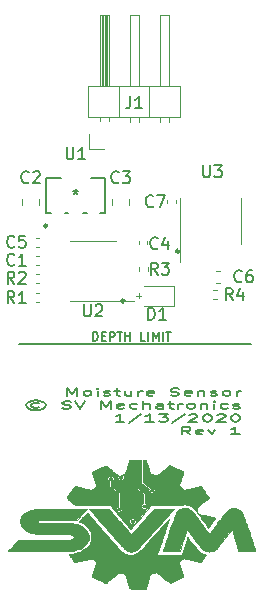
<source format=gbr>
G04 #@! TF.GenerationSoftware,KiCad,Pcbnew,(5.1.5)-3*
G04 #@! TF.CreationDate,2021-01-13T22:22:19-08:00*
G04 #@! TF.ProjectId,MoistureSensor,4d6f6973-7475-4726-9553-656e736f722e,rev?*
G04 #@! TF.SameCoordinates,Original*
G04 #@! TF.FileFunction,Legend,Top*
G04 #@! TF.FilePolarity,Positive*
%FSLAX46Y46*%
G04 Gerber Fmt 4.6, Leading zero omitted, Abs format (unit mm)*
G04 Created by KiCad (PCBNEW (5.1.5)-3) date 2021-01-13 22:22:19*
%MOMM*%
%LPD*%
G04 APERTURE LIST*
%ADD10C,0.120000*%
%ADD11C,0.150000*%
%ADD12C,0.200000*%
%ADD13C,0.156250*%
%ADD14C,0.279400*%
%ADD15C,0.152400*%
%ADD16C,0.010000*%
G04 APERTURE END LIST*
D10*
X140779500Y-75247500D02*
X141160500Y-75247500D01*
X140970000Y-75057000D02*
X140970000Y-75438000D01*
D11*
X137085000Y-79079285D02*
X137085000Y-78329285D01*
X137263571Y-78329285D01*
X137370714Y-78365000D01*
X137442142Y-78436428D01*
X137477857Y-78507857D01*
X137513571Y-78650714D01*
X137513571Y-78757857D01*
X137477857Y-78900714D01*
X137442142Y-78972142D01*
X137370714Y-79043571D01*
X137263571Y-79079285D01*
X137085000Y-79079285D01*
X137835000Y-78686428D02*
X138085000Y-78686428D01*
X138192142Y-79079285D02*
X137835000Y-79079285D01*
X137835000Y-78329285D01*
X138192142Y-78329285D01*
X138513571Y-79079285D02*
X138513571Y-78329285D01*
X138799285Y-78329285D01*
X138870714Y-78365000D01*
X138906428Y-78400714D01*
X138942142Y-78472142D01*
X138942142Y-78579285D01*
X138906428Y-78650714D01*
X138870714Y-78686428D01*
X138799285Y-78722142D01*
X138513571Y-78722142D01*
X139156428Y-78329285D02*
X139585000Y-78329285D01*
X139370714Y-79079285D02*
X139370714Y-78329285D01*
X139835000Y-79079285D02*
X139835000Y-78329285D01*
X139835000Y-78686428D02*
X140263571Y-78686428D01*
X140263571Y-79079285D02*
X140263571Y-78329285D01*
X141549285Y-79079285D02*
X141192142Y-79079285D01*
X141192142Y-78329285D01*
X141799285Y-79079285D02*
X141799285Y-78329285D01*
X142156428Y-79079285D02*
X142156428Y-78329285D01*
X142406428Y-78865000D01*
X142656428Y-78329285D01*
X142656428Y-79079285D01*
X143013571Y-79079285D02*
X143013571Y-78329285D01*
X143263571Y-78329285D02*
X143692142Y-78329285D01*
X143477857Y-79079285D02*
X143477857Y-78329285D01*
D12*
X130810000Y-79375000D02*
X150495000Y-79375000D01*
D13*
X134937008Y-83732113D02*
X134937008Y-83107113D01*
X135353675Y-83553541D01*
X135770342Y-83107113D01*
X135770342Y-83732113D01*
X136544151Y-83732113D02*
X136425104Y-83702351D01*
X136365580Y-83672589D01*
X136306056Y-83613065D01*
X136306056Y-83434494D01*
X136365580Y-83374970D01*
X136425104Y-83345208D01*
X136544151Y-83315446D01*
X136722723Y-83315446D01*
X136841770Y-83345208D01*
X136901294Y-83374970D01*
X136960818Y-83434494D01*
X136960818Y-83613065D01*
X136901294Y-83672589D01*
X136841770Y-83702351D01*
X136722723Y-83732113D01*
X136544151Y-83732113D01*
X137496532Y-83732113D02*
X137496532Y-83315446D01*
X137496532Y-83107113D02*
X137437008Y-83136875D01*
X137496532Y-83166636D01*
X137556056Y-83136875D01*
X137496532Y-83107113D01*
X137496532Y-83166636D01*
X138032247Y-83702351D02*
X138151294Y-83732113D01*
X138389389Y-83732113D01*
X138508437Y-83702351D01*
X138567961Y-83642827D01*
X138567961Y-83613065D01*
X138508437Y-83553541D01*
X138389389Y-83523779D01*
X138210818Y-83523779D01*
X138091770Y-83494017D01*
X138032247Y-83434494D01*
X138032247Y-83404732D01*
X138091770Y-83345208D01*
X138210818Y-83315446D01*
X138389389Y-83315446D01*
X138508437Y-83345208D01*
X138925104Y-83315446D02*
X139401294Y-83315446D01*
X139103675Y-83107113D02*
X139103675Y-83642827D01*
X139163199Y-83702351D01*
X139282247Y-83732113D01*
X139401294Y-83732113D01*
X140353675Y-83315446D02*
X140353675Y-83732113D01*
X139817961Y-83315446D02*
X139817961Y-83642827D01*
X139877485Y-83702351D01*
X139996532Y-83732113D01*
X140175104Y-83732113D01*
X140294151Y-83702351D01*
X140353675Y-83672589D01*
X140948913Y-83732113D02*
X140948913Y-83315446D01*
X140948913Y-83434494D02*
X141008437Y-83374970D01*
X141067961Y-83345208D01*
X141187008Y-83315446D01*
X141306056Y-83315446D01*
X142198913Y-83702351D02*
X142079866Y-83732113D01*
X141841770Y-83732113D01*
X141722723Y-83702351D01*
X141663199Y-83642827D01*
X141663199Y-83404732D01*
X141722723Y-83345208D01*
X141841770Y-83315446D01*
X142079866Y-83315446D01*
X142198913Y-83345208D01*
X142258437Y-83404732D01*
X142258437Y-83464255D01*
X141663199Y-83523779D01*
X143687008Y-83702351D02*
X143865580Y-83732113D01*
X144163199Y-83732113D01*
X144282247Y-83702351D01*
X144341770Y-83672589D01*
X144401294Y-83613065D01*
X144401294Y-83553541D01*
X144341770Y-83494017D01*
X144282247Y-83464255D01*
X144163199Y-83434494D01*
X143925104Y-83404732D01*
X143806056Y-83374970D01*
X143746532Y-83345208D01*
X143687008Y-83285684D01*
X143687008Y-83226160D01*
X143746532Y-83166636D01*
X143806056Y-83136875D01*
X143925104Y-83107113D01*
X144222723Y-83107113D01*
X144401294Y-83136875D01*
X145413199Y-83702351D02*
X145294151Y-83732113D01*
X145056056Y-83732113D01*
X144937008Y-83702351D01*
X144877485Y-83642827D01*
X144877485Y-83404732D01*
X144937008Y-83345208D01*
X145056056Y-83315446D01*
X145294151Y-83315446D01*
X145413199Y-83345208D01*
X145472723Y-83404732D01*
X145472723Y-83464255D01*
X144877485Y-83523779D01*
X146008437Y-83315446D02*
X146008437Y-83732113D01*
X146008437Y-83374970D02*
X146067961Y-83345208D01*
X146187008Y-83315446D01*
X146365580Y-83315446D01*
X146484627Y-83345208D01*
X146544151Y-83404732D01*
X146544151Y-83732113D01*
X147079866Y-83702351D02*
X147198913Y-83732113D01*
X147437008Y-83732113D01*
X147556056Y-83702351D01*
X147615580Y-83642827D01*
X147615580Y-83613065D01*
X147556056Y-83553541D01*
X147437008Y-83523779D01*
X147258437Y-83523779D01*
X147139389Y-83494017D01*
X147079866Y-83434494D01*
X147079866Y-83404732D01*
X147139389Y-83345208D01*
X147258437Y-83315446D01*
X147437008Y-83315446D01*
X147556056Y-83345208D01*
X148329866Y-83732113D02*
X148210818Y-83702351D01*
X148151294Y-83672589D01*
X148091770Y-83613065D01*
X148091770Y-83434494D01*
X148151294Y-83374970D01*
X148210818Y-83345208D01*
X148329866Y-83315446D01*
X148508437Y-83315446D01*
X148627485Y-83345208D01*
X148687008Y-83374970D01*
X148746532Y-83434494D01*
X148746532Y-83613065D01*
X148687008Y-83672589D01*
X148627485Y-83702351D01*
X148508437Y-83732113D01*
X148329866Y-83732113D01*
X149282247Y-83732113D02*
X149282247Y-83315446D01*
X149282247Y-83434494D02*
X149341770Y-83374970D01*
X149401294Y-83345208D01*
X149520342Y-83315446D01*
X149639389Y-83315446D01*
X132496532Y-84349672D02*
X132377485Y-84319910D01*
X132139389Y-84319910D01*
X132020342Y-84349672D01*
X131901294Y-84409196D01*
X131841770Y-84468720D01*
X131841770Y-84587767D01*
X131901294Y-84647291D01*
X132020342Y-84706815D01*
X132139389Y-84736577D01*
X132377485Y-84736577D01*
X132496532Y-84706815D01*
X132258437Y-84111577D02*
X131960818Y-84141339D01*
X131663199Y-84230625D01*
X131484627Y-84379434D01*
X131425104Y-84528244D01*
X131484627Y-84677053D01*
X131663199Y-84825863D01*
X131960818Y-84915148D01*
X132258437Y-84944910D01*
X132556056Y-84915148D01*
X132853675Y-84825863D01*
X133032247Y-84677053D01*
X133091770Y-84528244D01*
X133032247Y-84379434D01*
X132853675Y-84230625D01*
X132556056Y-84141339D01*
X132258437Y-84111577D01*
X134520342Y-84796101D02*
X134698913Y-84825863D01*
X134996532Y-84825863D01*
X135115580Y-84796101D01*
X135175104Y-84766339D01*
X135234627Y-84706815D01*
X135234627Y-84647291D01*
X135175104Y-84587767D01*
X135115580Y-84558005D01*
X134996532Y-84528244D01*
X134758437Y-84498482D01*
X134639389Y-84468720D01*
X134579866Y-84438958D01*
X134520342Y-84379434D01*
X134520342Y-84319910D01*
X134579866Y-84260386D01*
X134639389Y-84230625D01*
X134758437Y-84200863D01*
X135056056Y-84200863D01*
X135234627Y-84230625D01*
X135591770Y-84200863D02*
X136008437Y-84825863D01*
X136425104Y-84200863D01*
X137794151Y-84825863D02*
X137794151Y-84200863D01*
X138210818Y-84647291D01*
X138627485Y-84200863D01*
X138627485Y-84825863D01*
X139698913Y-84796101D02*
X139579866Y-84825863D01*
X139341770Y-84825863D01*
X139222723Y-84796101D01*
X139163199Y-84736577D01*
X139163199Y-84498482D01*
X139222723Y-84438958D01*
X139341770Y-84409196D01*
X139579866Y-84409196D01*
X139698913Y-84438958D01*
X139758437Y-84498482D01*
X139758437Y-84558005D01*
X139163199Y-84617529D01*
X140829866Y-84796101D02*
X140710818Y-84825863D01*
X140472723Y-84825863D01*
X140353675Y-84796101D01*
X140294151Y-84766339D01*
X140234627Y-84706815D01*
X140234627Y-84528244D01*
X140294151Y-84468720D01*
X140353675Y-84438958D01*
X140472723Y-84409196D01*
X140710818Y-84409196D01*
X140829866Y-84438958D01*
X141365580Y-84825863D02*
X141365580Y-84200863D01*
X141901294Y-84825863D02*
X141901294Y-84498482D01*
X141841770Y-84438958D01*
X141722723Y-84409196D01*
X141544151Y-84409196D01*
X141425104Y-84438958D01*
X141365580Y-84468720D01*
X143032247Y-84825863D02*
X143032247Y-84498482D01*
X142972723Y-84438958D01*
X142853675Y-84409196D01*
X142615580Y-84409196D01*
X142496532Y-84438958D01*
X143032247Y-84796101D02*
X142913199Y-84825863D01*
X142615580Y-84825863D01*
X142496532Y-84796101D01*
X142437008Y-84736577D01*
X142437008Y-84677053D01*
X142496532Y-84617529D01*
X142615580Y-84587767D01*
X142913199Y-84587767D01*
X143032247Y-84558005D01*
X143448913Y-84409196D02*
X143925104Y-84409196D01*
X143627485Y-84200863D02*
X143627485Y-84736577D01*
X143687008Y-84796101D01*
X143806056Y-84825863D01*
X143925104Y-84825863D01*
X144341770Y-84825863D02*
X144341770Y-84409196D01*
X144341770Y-84528244D02*
X144401294Y-84468720D01*
X144460818Y-84438958D01*
X144579866Y-84409196D01*
X144698913Y-84409196D01*
X145294151Y-84825863D02*
X145175104Y-84796101D01*
X145115580Y-84766339D01*
X145056056Y-84706815D01*
X145056056Y-84528244D01*
X145115580Y-84468720D01*
X145175104Y-84438958D01*
X145294151Y-84409196D01*
X145472723Y-84409196D01*
X145591770Y-84438958D01*
X145651294Y-84468720D01*
X145710818Y-84528244D01*
X145710818Y-84706815D01*
X145651294Y-84766339D01*
X145591770Y-84796101D01*
X145472723Y-84825863D01*
X145294151Y-84825863D01*
X146246532Y-84409196D02*
X146246532Y-84825863D01*
X146246532Y-84468720D02*
X146306056Y-84438958D01*
X146425104Y-84409196D01*
X146603675Y-84409196D01*
X146722723Y-84438958D01*
X146782247Y-84498482D01*
X146782247Y-84825863D01*
X147377485Y-84825863D02*
X147377485Y-84409196D01*
X147377485Y-84200863D02*
X147317961Y-84230625D01*
X147377485Y-84260386D01*
X147437008Y-84230625D01*
X147377485Y-84200863D01*
X147377485Y-84260386D01*
X148508437Y-84796101D02*
X148389389Y-84825863D01*
X148151294Y-84825863D01*
X148032247Y-84796101D01*
X147972723Y-84766339D01*
X147913199Y-84706815D01*
X147913199Y-84528244D01*
X147972723Y-84468720D01*
X148032247Y-84438958D01*
X148151294Y-84409196D01*
X148389389Y-84409196D01*
X148508437Y-84438958D01*
X148984627Y-84796101D02*
X149103675Y-84825863D01*
X149341770Y-84825863D01*
X149460818Y-84796101D01*
X149520342Y-84736577D01*
X149520342Y-84706815D01*
X149460818Y-84647291D01*
X149341770Y-84617529D01*
X149163199Y-84617529D01*
X149044151Y-84587767D01*
X148984627Y-84528244D01*
X148984627Y-84498482D01*
X149044151Y-84438958D01*
X149163199Y-84409196D01*
X149341770Y-84409196D01*
X149460818Y-84438958D01*
X139758437Y-85919613D02*
X139044151Y-85919613D01*
X139401294Y-85919613D02*
X139401294Y-85294613D01*
X139282247Y-85383898D01*
X139163199Y-85443422D01*
X139044151Y-85473184D01*
X141187008Y-85264851D02*
X140115580Y-86068422D01*
X142258437Y-85919613D02*
X141544151Y-85919613D01*
X141901294Y-85919613D02*
X141901294Y-85294613D01*
X141782247Y-85383898D01*
X141663199Y-85443422D01*
X141544151Y-85473184D01*
X142675104Y-85294613D02*
X143448913Y-85294613D01*
X143032247Y-85532708D01*
X143210818Y-85532708D01*
X143329866Y-85562470D01*
X143389389Y-85592232D01*
X143448913Y-85651755D01*
X143448913Y-85800565D01*
X143389389Y-85860089D01*
X143329866Y-85889851D01*
X143210818Y-85919613D01*
X142853675Y-85919613D01*
X142734627Y-85889851D01*
X142675104Y-85860089D01*
X144877485Y-85264851D02*
X143806056Y-86068422D01*
X145234627Y-85354136D02*
X145294151Y-85324375D01*
X145413199Y-85294613D01*
X145710818Y-85294613D01*
X145829866Y-85324375D01*
X145889389Y-85354136D01*
X145948913Y-85413660D01*
X145948913Y-85473184D01*
X145889389Y-85562470D01*
X145175104Y-85919613D01*
X145948913Y-85919613D01*
X146722723Y-85294613D02*
X146841770Y-85294613D01*
X146960818Y-85324375D01*
X147020342Y-85354136D01*
X147079866Y-85413660D01*
X147139389Y-85532708D01*
X147139389Y-85681517D01*
X147079866Y-85800565D01*
X147020342Y-85860089D01*
X146960818Y-85889851D01*
X146841770Y-85919613D01*
X146722723Y-85919613D01*
X146603675Y-85889851D01*
X146544151Y-85860089D01*
X146484627Y-85800565D01*
X146425104Y-85681517D01*
X146425104Y-85532708D01*
X146484627Y-85413660D01*
X146544151Y-85354136D01*
X146603675Y-85324375D01*
X146722723Y-85294613D01*
X147615580Y-85354136D02*
X147675104Y-85324375D01*
X147794151Y-85294613D01*
X148091770Y-85294613D01*
X148210818Y-85324375D01*
X148270342Y-85354136D01*
X148329866Y-85413660D01*
X148329866Y-85473184D01*
X148270342Y-85562470D01*
X147556056Y-85919613D01*
X148329866Y-85919613D01*
X149103675Y-85294613D02*
X149222723Y-85294613D01*
X149341770Y-85324375D01*
X149401294Y-85354136D01*
X149460818Y-85413660D01*
X149520342Y-85532708D01*
X149520342Y-85681517D01*
X149460818Y-85800565D01*
X149401294Y-85860089D01*
X149341770Y-85889851D01*
X149222723Y-85919613D01*
X149103675Y-85919613D01*
X148984627Y-85889851D01*
X148925104Y-85860089D01*
X148865580Y-85800565D01*
X148806056Y-85681517D01*
X148806056Y-85532708D01*
X148865580Y-85413660D01*
X148925104Y-85354136D01*
X148984627Y-85324375D01*
X149103675Y-85294613D01*
X145353675Y-87013363D02*
X144937008Y-86715744D01*
X144639389Y-87013363D02*
X144639389Y-86388363D01*
X145115580Y-86388363D01*
X145234627Y-86418125D01*
X145294151Y-86447886D01*
X145353675Y-86507410D01*
X145353675Y-86596696D01*
X145294151Y-86656220D01*
X145234627Y-86685982D01*
X145115580Y-86715744D01*
X144639389Y-86715744D01*
X146365580Y-86983601D02*
X146246532Y-87013363D01*
X146008437Y-87013363D01*
X145889389Y-86983601D01*
X145829866Y-86924077D01*
X145829866Y-86685982D01*
X145889389Y-86626458D01*
X146008437Y-86596696D01*
X146246532Y-86596696D01*
X146365580Y-86626458D01*
X146425104Y-86685982D01*
X146425104Y-86745505D01*
X145829866Y-86805029D01*
X146841770Y-86596696D02*
X147139389Y-87013363D01*
X147437008Y-86596696D01*
X149520342Y-87013363D02*
X148806056Y-87013363D01*
X149163199Y-87013363D02*
X149163199Y-86388363D01*
X149044151Y-86477648D01*
X148925104Y-86537172D01*
X148806056Y-86566934D01*
D14*
X133223000Y-69342000D02*
G75*
G03X133223000Y-69342000I-127000J0D01*
G01*
X144399000Y-71501000D02*
G75*
G03X144399000Y-71501000I-127000J0D01*
G01*
X139763500Y-75692000D02*
G75*
G03X139763500Y-75692000I-127000J0D01*
G01*
D15*
X133159500Y-68275200D02*
X133563360Y-68275200D01*
X138112500Y-68275200D02*
X138112500Y-65328800D01*
X138112500Y-65328800D02*
X136908540Y-65328800D01*
X133159500Y-65328800D02*
X133159500Y-68275200D01*
X134711440Y-68275200D02*
X135003619Y-68275200D01*
X136289805Y-68275200D02*
X136560560Y-68275200D01*
X137708640Y-68275200D02*
X138112500Y-68275200D01*
X134363460Y-65328800D02*
X133159500Y-65328800D01*
X133223000Y-69342000D02*
G75*
G03X133223000Y-69342000I-127000J0D01*
G01*
D10*
X137096500Y-75712000D02*
X140546500Y-75712000D01*
X137096500Y-75712000D02*
X135146500Y-75712000D01*
X137096500Y-70592000D02*
X139046500Y-70592000D01*
X137096500Y-70592000D02*
X135146500Y-70592000D01*
D16*
G36*
X138630034Y-90648249D02*
G01*
X138676119Y-90672040D01*
X138707540Y-90706352D01*
X138722667Y-90746813D01*
X138719868Y-90789055D01*
X138697512Y-90828707D01*
X138653970Y-90861400D01*
X138653809Y-90861482D01*
X138595896Y-90880852D01*
X138541561Y-90878345D01*
X138490428Y-90853924D01*
X138478540Y-90844756D01*
X138449485Y-90816932D01*
X138436337Y-90790532D01*
X138433325Y-90755559D01*
X138436953Y-90718327D01*
X138451272Y-90691572D01*
X138472197Y-90671629D01*
X138505022Y-90649689D01*
X138540888Y-90640573D01*
X138570915Y-90639348D01*
X138630034Y-90648249D01*
G37*
X138630034Y-90648249D02*
X138676119Y-90672040D01*
X138707540Y-90706352D01*
X138722667Y-90746813D01*
X138719868Y-90789055D01*
X138697512Y-90828707D01*
X138653970Y-90861400D01*
X138653809Y-90861482D01*
X138595896Y-90880852D01*
X138541561Y-90878345D01*
X138490428Y-90853924D01*
X138478540Y-90844756D01*
X138449485Y-90816932D01*
X138436337Y-90790532D01*
X138433325Y-90755559D01*
X138436953Y-90718327D01*
X138451272Y-90691572D01*
X138472197Y-90671629D01*
X138505022Y-90649689D01*
X138540888Y-90640573D01*
X138570915Y-90639348D01*
X138630034Y-90648249D01*
G36*
X139357755Y-93210842D02*
G01*
X139406556Y-93236223D01*
X139439019Y-93273717D01*
X139451568Y-93319421D01*
X139443666Y-93362420D01*
X139415709Y-93401335D01*
X139371669Y-93428802D01*
X139318827Y-93442900D01*
X139264468Y-93441714D01*
X139215874Y-93423323D01*
X139214877Y-93422678D01*
X139173336Y-93383254D01*
X139156450Y-93336499D01*
X139163160Y-93289803D01*
X139191411Y-93243742D01*
X139235250Y-93213460D01*
X139290759Y-93201557D01*
X139296192Y-93201476D01*
X139357755Y-93210842D01*
G37*
X139357755Y-93210842D02*
X139406556Y-93236223D01*
X139439019Y-93273717D01*
X139451568Y-93319421D01*
X139443666Y-93362420D01*
X139415709Y-93401335D01*
X139371669Y-93428802D01*
X139318827Y-93442900D01*
X139264468Y-93441714D01*
X139215874Y-93423323D01*
X139214877Y-93422678D01*
X139173336Y-93383254D01*
X139156450Y-93336499D01*
X139163160Y-93289803D01*
X139191411Y-93243742D01*
X139235250Y-93213460D01*
X139290759Y-93201557D01*
X139296192Y-93201476D01*
X139357755Y-93210842D01*
G36*
X139479173Y-90524179D02*
G01*
X139526194Y-90541881D01*
X139564030Y-90575756D01*
X139572244Y-90588302D01*
X139587058Y-90636422D01*
X139578828Y-90682171D01*
X139550923Y-90721096D01*
X139506715Y-90748745D01*
X139449575Y-90760664D01*
X139441655Y-90760826D01*
X139401665Y-90757067D01*
X139368814Y-90742646D01*
X139342938Y-90723278D01*
X139312968Y-90693942D01*
X139299880Y-90666010D01*
X139297723Y-90641299D01*
X139308627Y-90593977D01*
X139337694Y-90557548D01*
X139379453Y-90533068D01*
X139428436Y-90521593D01*
X139479173Y-90524179D01*
G37*
X139479173Y-90524179D02*
X139526194Y-90541881D01*
X139564030Y-90575756D01*
X139572244Y-90588302D01*
X139587058Y-90636422D01*
X139578828Y-90682171D01*
X139550923Y-90721096D01*
X139506715Y-90748745D01*
X139449575Y-90760664D01*
X139441655Y-90760826D01*
X139401665Y-90757067D01*
X139368814Y-90742646D01*
X139342938Y-90723278D01*
X139312968Y-90693942D01*
X139299880Y-90666010D01*
X139297723Y-90641299D01*
X139308627Y-90593977D01*
X139337694Y-90557548D01*
X139379453Y-90533068D01*
X139428436Y-90521593D01*
X139479173Y-90524179D01*
G36*
X142103862Y-91620196D02*
G01*
X142146743Y-91641504D01*
X142177174Y-91674747D01*
X142190516Y-91716553D01*
X142183337Y-91760626D01*
X142155808Y-91799005D01*
X142113599Y-91823106D01*
X142063500Y-91831683D01*
X142012304Y-91823494D01*
X141969684Y-91799762D01*
X141937653Y-91759835D01*
X141928578Y-91716326D01*
X141941556Y-91674496D01*
X141975688Y-91639608D01*
X141999314Y-91626876D01*
X142053172Y-91614196D01*
X142103862Y-91620196D01*
G37*
X142103862Y-91620196D02*
X142146743Y-91641504D01*
X142177174Y-91674747D01*
X142190516Y-91716553D01*
X142183337Y-91760626D01*
X142155808Y-91799005D01*
X142113599Y-91823106D01*
X142063500Y-91831683D01*
X142012304Y-91823494D01*
X141969684Y-91799762D01*
X141937653Y-91759835D01*
X141928578Y-91716326D01*
X141941556Y-91674496D01*
X141975688Y-91639608D01*
X141999314Y-91626876D01*
X142053172Y-91614196D01*
X142103862Y-91620196D01*
G36*
X141466921Y-92952631D02*
G01*
X141518357Y-92971409D01*
X141557380Y-93004278D01*
X141579256Y-93047305D01*
X141579709Y-93094627D01*
X141557961Y-93137948D01*
X141518962Y-93169524D01*
X141469106Y-93187721D01*
X141414788Y-93190903D01*
X141362403Y-93177437D01*
X141331360Y-93158110D01*
X141300497Y-93118695D01*
X141291012Y-93074088D01*
X141300936Y-93029603D01*
X141328300Y-92990548D01*
X141371136Y-92962235D01*
X141407805Y-92951872D01*
X141466921Y-92952631D01*
G37*
X141466921Y-92952631D02*
X141518357Y-92971409D01*
X141557380Y-93004278D01*
X141579256Y-93047305D01*
X141579709Y-93094627D01*
X141557961Y-93137948D01*
X141518962Y-93169524D01*
X141469106Y-93187721D01*
X141414788Y-93190903D01*
X141362403Y-93177437D01*
X141331360Y-93158110D01*
X141300497Y-93118695D01*
X141291012Y-93074088D01*
X141300936Y-93029603D01*
X141328300Y-92990548D01*
X141371136Y-92962235D01*
X141407805Y-92951872D01*
X141466921Y-92952631D01*
G36*
X140488033Y-94230657D02*
G01*
X140519068Y-94240123D01*
X140549957Y-94261271D01*
X140555754Y-94266026D01*
X140585424Y-94294870D01*
X140598541Y-94322297D01*
X140600969Y-94349909D01*
X140590060Y-94405121D01*
X140558116Y-94447729D01*
X140506313Y-94476183D01*
X140504973Y-94476634D01*
X140469917Y-94487762D01*
X140446806Y-94491479D01*
X140422824Y-94488440D01*
X140396739Y-94482167D01*
X140341801Y-94458761D01*
X140305017Y-94419635D01*
X140294559Y-94398278D01*
X140286286Y-94345971D01*
X140304140Y-94297336D01*
X140337089Y-94261573D01*
X140366964Y-94240661D01*
X140397972Y-94230917D01*
X140442559Y-94228479D01*
X140443741Y-94228478D01*
X140488033Y-94230657D01*
G37*
X140488033Y-94230657D02*
X140519068Y-94240123D01*
X140549957Y-94261271D01*
X140555754Y-94266026D01*
X140585424Y-94294870D01*
X140598541Y-94322297D01*
X140600969Y-94349909D01*
X140590060Y-94405121D01*
X140558116Y-94447729D01*
X140506313Y-94476183D01*
X140504973Y-94476634D01*
X140469917Y-94487762D01*
X140446806Y-94491479D01*
X140422824Y-94488440D01*
X140396739Y-94482167D01*
X140341801Y-94458761D01*
X140305017Y-94419635D01*
X140294559Y-94398278D01*
X140286286Y-94345971D01*
X140304140Y-94297336D01*
X140337089Y-94261573D01*
X140366964Y-94240661D01*
X140397972Y-94230917D01*
X140442559Y-94228479D01*
X140443741Y-94228478D01*
X140488033Y-94230657D01*
G36*
X146032452Y-93725398D02*
G01*
X146055496Y-93735485D01*
X146078288Y-93743323D01*
X146124890Y-93755548D01*
X146193162Y-93771704D01*
X146280966Y-93791333D01*
X146386161Y-93813979D01*
X146506608Y-93839185D01*
X146640169Y-93866493D01*
X146784703Y-93895447D01*
X146938071Y-93925590D01*
X147017461Y-93940976D01*
X147123665Y-93961576D01*
X147206986Y-93978185D01*
X147270482Y-93991689D01*
X147317210Y-94002972D01*
X147350229Y-94012919D01*
X147372596Y-94022416D01*
X147387369Y-94032348D01*
X147397605Y-94043600D01*
X147403743Y-94052790D01*
X147413424Y-94069834D01*
X147419433Y-94086453D01*
X147420704Y-94104642D01*
X147416172Y-94126402D01*
X147404771Y-94153731D01*
X147385434Y-94188626D01*
X147357096Y-94233088D01*
X147318691Y-94289113D01*
X147269154Y-94358700D01*
X147207418Y-94443849D01*
X147161965Y-94506130D01*
X147090821Y-94603494D01*
X147032225Y-94683605D01*
X146984917Y-94748087D01*
X146947640Y-94798563D01*
X146919132Y-94836658D01*
X146898136Y-94863994D01*
X146883391Y-94882198D01*
X146873637Y-94892891D01*
X146867617Y-94897699D01*
X146864069Y-94898245D01*
X146861735Y-94896152D01*
X146860655Y-94894659D01*
X146751397Y-94745119D01*
X146646650Y-94601462D01*
X146547208Y-94464786D01*
X146453861Y-94336193D01*
X146367403Y-94216783D01*
X146288623Y-94107656D01*
X146218315Y-94009913D01*
X146157270Y-93924653D01*
X146106280Y-93852977D01*
X146066136Y-93795986D01*
X146037631Y-93754779D01*
X146021557Y-93730458D01*
X146018169Y-93723905D01*
X146032452Y-93725398D01*
G37*
X146032452Y-93725398D02*
X146055496Y-93735485D01*
X146078288Y-93743323D01*
X146124890Y-93755548D01*
X146193162Y-93771704D01*
X146280966Y-93791333D01*
X146386161Y-93813979D01*
X146506608Y-93839185D01*
X146640169Y-93866493D01*
X146784703Y-93895447D01*
X146938071Y-93925590D01*
X147017461Y-93940976D01*
X147123665Y-93961576D01*
X147206986Y-93978185D01*
X147270482Y-93991689D01*
X147317210Y-94002972D01*
X147350229Y-94012919D01*
X147372596Y-94022416D01*
X147387369Y-94032348D01*
X147397605Y-94043600D01*
X147403743Y-94052790D01*
X147413424Y-94069834D01*
X147419433Y-94086453D01*
X147420704Y-94104642D01*
X147416172Y-94126402D01*
X147404771Y-94153731D01*
X147385434Y-94188626D01*
X147357096Y-94233088D01*
X147318691Y-94289113D01*
X147269154Y-94358700D01*
X147207418Y-94443849D01*
X147161965Y-94506130D01*
X147090821Y-94603494D01*
X147032225Y-94683605D01*
X146984917Y-94748087D01*
X146947640Y-94798563D01*
X146919132Y-94836658D01*
X146898136Y-94863994D01*
X146883391Y-94882198D01*
X146873637Y-94892891D01*
X146867617Y-94897699D01*
X146864069Y-94898245D01*
X146861735Y-94896152D01*
X146860655Y-94894659D01*
X146751397Y-94745119D01*
X146646650Y-94601462D01*
X146547208Y-94464786D01*
X146453861Y-94336193D01*
X146367403Y-94216783D01*
X146288623Y-94107656D01*
X146218315Y-94009913D01*
X146157270Y-93924653D01*
X146106280Y-93852977D01*
X146066136Y-93795986D01*
X146037631Y-93754779D01*
X146021557Y-93730458D01*
X146018169Y-93723905D01*
X146032452Y-93725398D01*
G36*
X140401493Y-91307595D02*
G01*
X140873587Y-91699522D01*
X141345681Y-92091448D01*
X141345681Y-92845945D01*
X141286192Y-92874896D01*
X141228429Y-92914440D01*
X141182367Y-92968275D01*
X141154143Y-93029094D01*
X141152972Y-93033509D01*
X141150908Y-93092531D01*
X141170959Y-93152150D01*
X141209402Y-93207733D01*
X141262513Y-93254646D01*
X141326566Y-93288255D01*
X141366989Y-93299772D01*
X141452535Y-93306362D01*
X141532624Y-93292519D01*
X141603257Y-93259786D01*
X141660433Y-93209702D01*
X141683156Y-93177921D01*
X141712384Y-93108133D01*
X141715404Y-93040880D01*
X141692435Y-92977333D01*
X141643698Y-92918660D01*
X141632662Y-92909085D01*
X141592727Y-92880539D01*
X141550783Y-92857574D01*
X141527272Y-92848608D01*
X141478665Y-92835287D01*
X141478665Y-92058320D01*
X140999922Y-91660869D01*
X140521178Y-91263419D01*
X140521178Y-89181609D01*
X141172801Y-89181609D01*
X141172801Y-91086778D01*
X141497794Y-91356494D01*
X141585376Y-91429360D01*
X141655681Y-91488373D01*
X141710428Y-91535139D01*
X141751332Y-91571268D01*
X141780111Y-91598365D01*
X141798482Y-91618041D01*
X141808162Y-91631901D01*
X141810868Y-91641555D01*
X141808873Y-91647800D01*
X141802329Y-91669937D01*
X141799418Y-91705576D01*
X141800339Y-91739554D01*
X141808380Y-91790479D01*
X141826600Y-91830339D01*
X141859670Y-91866154D01*
X141908895Y-91902689D01*
X141969673Y-91930252D01*
X142041676Y-91942027D01*
X142116988Y-91937563D01*
X142183304Y-91918337D01*
X142249841Y-91878010D01*
X142297128Y-91823615D01*
X142322667Y-91758239D01*
X142325072Y-91743093D01*
X142320863Y-91677940D01*
X142294626Y-91619667D01*
X142250362Y-91570632D01*
X142192075Y-91533190D01*
X142123768Y-91509697D01*
X142049445Y-91502509D01*
X141973109Y-91513984D01*
X141949206Y-91521870D01*
X141894460Y-91542516D01*
X141305786Y-91053298D01*
X141305786Y-89181609D01*
X141430591Y-89181609D01*
X141489485Y-89182005D01*
X141527682Y-89183895D01*
X141551078Y-89188331D01*
X141565565Y-89196366D01*
X141575860Y-89207544D01*
X141586834Y-89228085D01*
X141603250Y-89268866D01*
X141625172Y-89330073D01*
X141652660Y-89411893D01*
X141685775Y-89514513D01*
X141724580Y-89638119D01*
X141769135Y-89782900D01*
X141817836Y-89943513D01*
X141842039Y-90022619D01*
X141865286Y-90096376D01*
X141886502Y-90161548D01*
X141904616Y-90214904D01*
X141918556Y-90253208D01*
X141927140Y-90273042D01*
X141952647Y-90303492D01*
X141988581Y-90331376D01*
X141996058Y-90335687D01*
X142034927Y-90352269D01*
X142093206Y-90371818D01*
X142164339Y-90392521D01*
X142241769Y-90412566D01*
X142318941Y-90430138D01*
X142379839Y-90441844D01*
X142466592Y-90449001D01*
X142544506Y-90437718D01*
X142619948Y-90406746D01*
X142650592Y-90388733D01*
X142672735Y-90372512D01*
X142710909Y-90342046D01*
X142762925Y-90299182D01*
X142826594Y-90245765D01*
X142899727Y-90183640D01*
X142980134Y-90114654D01*
X143065626Y-90040653D01*
X143128047Y-89986223D01*
X143226943Y-89899844D01*
X143309356Y-89828219D01*
X143376993Y-89769992D01*
X143431565Y-89723806D01*
X143474779Y-89688303D01*
X143508345Y-89662126D01*
X143533971Y-89643919D01*
X143553366Y-89632323D01*
X143568239Y-89625982D01*
X143580299Y-89623538D01*
X143584935Y-89623348D01*
X143608279Y-89627614D01*
X143646882Y-89640859D01*
X143702316Y-89663748D01*
X143776152Y-89696949D01*
X143869960Y-89741129D01*
X143925702Y-89767958D01*
X144024021Y-89815390D01*
X144131007Y-89866728D01*
X144239448Y-89918530D01*
X144342132Y-89967355D01*
X144431848Y-90009760D01*
X144461218Y-90023559D01*
X144534781Y-90058776D01*
X144601665Y-90092175D01*
X144657874Y-90121650D01*
X144699415Y-90145096D01*
X144722291Y-90160407D01*
X144724033Y-90162046D01*
X144739945Y-90184096D01*
X144747507Y-90210472D01*
X144746405Y-90244806D01*
X144736326Y-90290729D01*
X144716956Y-90351872D01*
X144704622Y-90386709D01*
X144690332Y-90426613D01*
X144669847Y-90484400D01*
X144644340Y-90556731D01*
X144614984Y-90640265D01*
X144582953Y-90731663D01*
X144549421Y-90827587D01*
X144517416Y-90919370D01*
X144480928Y-91024505D01*
X144451422Y-91110559D01*
X144428294Y-91179623D01*
X144410942Y-91233787D01*
X144398764Y-91275140D01*
X144391157Y-91305772D01*
X144387518Y-91327773D01*
X144387246Y-91343233D01*
X144389736Y-91354242D01*
X144391132Y-91357396D01*
X144406558Y-91376586D01*
X144437835Y-91407195D01*
X144481031Y-91446010D01*
X144532215Y-91489822D01*
X144587457Y-91535418D01*
X144642824Y-91579587D01*
X144694387Y-91619119D01*
X144738214Y-91650801D01*
X144770373Y-91671423D01*
X144782659Y-91677224D01*
X144823679Y-91685721D01*
X144859065Y-91688478D01*
X144885365Y-91685289D01*
X144935104Y-91676023D01*
X145006315Y-91661132D01*
X145097029Y-91641069D01*
X145205277Y-91616287D01*
X145329092Y-91587237D01*
X145466504Y-91554374D01*
X145615546Y-91518148D01*
X145774249Y-91479012D01*
X145822479Y-91467014D01*
X145910318Y-91445466D01*
X145991292Y-91426257D01*
X146061405Y-91410283D01*
X146116665Y-91398438D01*
X146153078Y-91391618D01*
X146164704Y-91390304D01*
X146188136Y-91393480D01*
X146212310Y-91404271D01*
X146239006Y-91424571D01*
X146270005Y-91456273D01*
X146307088Y-91501271D01*
X146352037Y-91561459D01*
X146406632Y-91638730D01*
X146429554Y-91671913D01*
X146485695Y-91753116D01*
X146549364Y-91844489D01*
X146615341Y-91938589D01*
X146678407Y-92027970D01*
X146730827Y-92101670D01*
X146775263Y-92165061D01*
X146815145Y-92224340D01*
X146848331Y-92276128D01*
X146872680Y-92317046D01*
X146886048Y-92343718D01*
X146887756Y-92349164D01*
X146889392Y-92360095D01*
X146888452Y-92370617D01*
X146883040Y-92382524D01*
X146871263Y-92397610D01*
X146851227Y-92417668D01*
X146821036Y-92444494D01*
X146778796Y-92479880D01*
X146722614Y-92525621D01*
X146650594Y-92583511D01*
X146584025Y-92636797D01*
X146448295Y-92745526D01*
X146330618Y-92840143D01*
X146229733Y-92921725D01*
X146144384Y-92991349D01*
X146073311Y-93050092D01*
X146015256Y-93099031D01*
X145968960Y-93139243D01*
X145933166Y-93171804D01*
X145906614Y-93197791D01*
X145888047Y-93218281D01*
X145876206Y-93234351D01*
X145869832Y-93247078D01*
X145869422Y-93248284D01*
X145865358Y-93286444D01*
X145871206Y-93341778D01*
X145886325Y-93411187D01*
X145910074Y-93491571D01*
X145933708Y-93558654D01*
X145946807Y-93596350D01*
X145954808Y-93625062D01*
X145956146Y-93639078D01*
X145955863Y-93639443D01*
X145946886Y-93632778D01*
X145927326Y-93610741D01*
X145900217Y-93576936D01*
X145873584Y-93541745D01*
X145757747Y-93396777D01*
X145639874Y-93273143D01*
X145518745Y-93170101D01*
X145393142Y-93086911D01*
X145261848Y-93022829D01*
X145123644Y-92977114D01*
X144977311Y-92949024D01*
X144886101Y-92940383D01*
X144829526Y-92938376D01*
X144778282Y-92940685D01*
X144722366Y-92948252D01*
X144651773Y-92962020D01*
X144647931Y-92962834D01*
X144512537Y-92991609D01*
X142052143Y-92991609D01*
X141171007Y-94013130D01*
X141055486Y-94146981D01*
X140944260Y-94275709D01*
X140838311Y-94398185D01*
X140738619Y-94513282D01*
X140646166Y-94619872D01*
X140561932Y-94716828D01*
X140486897Y-94803023D01*
X140422044Y-94877328D01*
X140368354Y-94938616D01*
X140326806Y-94985760D01*
X140298382Y-95017631D01*
X140284064Y-95033103D01*
X140282514Y-95034448D01*
X140273996Y-95025606D01*
X140251058Y-94999888D01*
X140214679Y-94958430D01*
X140165840Y-94902364D01*
X140105518Y-94832825D01*
X140034694Y-94750946D01*
X139954347Y-94657860D01*
X139865455Y-94554702D01*
X139768998Y-94442606D01*
X139665955Y-94322705D01*
X139557305Y-94196133D01*
X139444029Y-94064023D01*
X139402614Y-94015687D01*
X138530070Y-92997130D01*
X137058526Y-92994321D01*
X135586981Y-92991512D01*
X135241596Y-92705440D01*
X135162091Y-92639103D01*
X135088308Y-92576606D01*
X135022459Y-92519896D01*
X134966760Y-92470920D01*
X134923424Y-92431623D01*
X134894666Y-92403954D01*
X134882756Y-92389983D01*
X134875549Y-92356724D01*
X134877951Y-92330994D01*
X134887038Y-92313336D01*
X134907849Y-92279832D01*
X134938347Y-92233536D01*
X134976498Y-92177506D01*
X135020264Y-92114796D01*
X135048540Y-92075000D01*
X135104825Y-91995724D01*
X135166193Y-91908285D01*
X135228075Y-91819260D01*
X135285902Y-91735227D01*
X135335103Y-91662764D01*
X135340083Y-91655348D01*
X135397245Y-91572035D01*
X135445139Y-91506962D01*
X135485568Y-91458285D01*
X135520337Y-91424162D01*
X135551248Y-91402750D01*
X135580107Y-91392206D01*
X135599527Y-91390304D01*
X135625868Y-91393504D01*
X135671873Y-91402303D01*
X135731901Y-91415501D01*
X135800313Y-91431897D01*
X135829120Y-91439174D01*
X135948022Y-91469406D01*
X136071388Y-91500294D01*
X136196408Y-91531172D01*
X136320273Y-91561377D01*
X136440174Y-91590245D01*
X136553303Y-91617113D01*
X136656850Y-91641316D01*
X136748005Y-91662190D01*
X136823961Y-91679071D01*
X136881907Y-91691296D01*
X136919035Y-91698201D01*
X136930663Y-91699522D01*
X136951979Y-91696854D01*
X136976193Y-91687259D01*
X137007351Y-91668345D01*
X137049501Y-91637721D01*
X137094224Y-91602891D01*
X137182455Y-91532187D01*
X137252116Y-91473159D01*
X137304525Y-91422819D01*
X137341001Y-91378179D01*
X137362862Y-91336251D01*
X137371426Y-91294046D01*
X137368012Y-91248576D01*
X137353939Y-91196853D01*
X137330523Y-91135888D01*
X137315685Y-91100913D01*
X137298733Y-91059425D01*
X137275910Y-91000353D01*
X137248567Y-90927370D01*
X137218059Y-90844148D01*
X137188573Y-90762237D01*
X138295977Y-90762237D01*
X138307329Y-90826314D01*
X138338917Y-90885153D01*
X138386823Y-90933959D01*
X138447128Y-90967938D01*
X138470153Y-90975365D01*
X138480486Y-90978716D01*
X138488089Y-90984560D01*
X138493381Y-90995946D01*
X138496780Y-91015923D01*
X138498705Y-91047539D01*
X138499575Y-91093845D01*
X138499808Y-91157887D01*
X138499817Y-91191362D01*
X138499817Y-91399539D01*
X138865524Y-91695300D01*
X139231231Y-91991060D01*
X139231231Y-93090551D01*
X139180103Y-93112212D01*
X139110902Y-93152467D01*
X139060522Y-93204332D01*
X139029949Y-93263950D01*
X139020173Y-93327463D01*
X139032183Y-93391014D01*
X139066966Y-93450745D01*
X139087673Y-93472890D01*
X139153104Y-93519459D01*
X139228571Y-93547321D01*
X139309383Y-93555697D01*
X139390850Y-93543803D01*
X139430443Y-93529978D01*
X139499999Y-93489683D01*
X139549138Y-93438883D01*
X139577947Y-93381140D01*
X139586513Y-93320017D01*
X139574921Y-93259078D01*
X139543260Y-93201885D01*
X139491614Y-93152002D01*
X139420313Y-93113087D01*
X139351011Y-93085478D01*
X139350964Y-92516245D01*
X139350917Y-91947011D01*
X138621225Y-91362695D01*
X138620364Y-91178574D01*
X138619503Y-90994452D01*
X138667188Y-90981383D01*
X138740306Y-90950646D01*
X138797117Y-90905194D01*
X138835778Y-90848843D01*
X138854448Y-90785412D01*
X138851286Y-90718720D01*
X138825188Y-90653808D01*
X138778476Y-90596688D01*
X138720054Y-90556674D01*
X138653798Y-90532971D01*
X138583582Y-90524787D01*
X138513278Y-90531328D01*
X138446761Y-90551799D01*
X138387905Y-90585407D01*
X138340583Y-90631359D01*
X138308670Y-90688861D01*
X138296038Y-90757119D01*
X138295977Y-90762237D01*
X137188573Y-90762237D01*
X137185737Y-90754360D01*
X137152953Y-90661680D01*
X137135540Y-90611739D01*
X137099420Y-90507152D01*
X137070473Y-90421543D01*
X137048373Y-90352699D01*
X137032795Y-90298406D01*
X137023413Y-90256453D01*
X137019903Y-90224626D01*
X137021939Y-90200711D01*
X137029196Y-90182496D01*
X137041347Y-90167768D01*
X137058069Y-90154313D01*
X137067338Y-90147852D01*
X137087813Y-90136275D01*
X137128825Y-90115144D01*
X137187742Y-90085745D01*
X137261929Y-90049364D01*
X137348752Y-90007289D01*
X137445577Y-89960807D01*
X137549769Y-89911204D01*
X137611441Y-89882030D01*
X137738578Y-89822138D01*
X137844859Y-89772491D01*
X137932485Y-89732321D01*
X138003654Y-89700862D01*
X138060568Y-89677347D01*
X138105426Y-89661009D01*
X138140427Y-89651081D01*
X138167772Y-89646795D01*
X138189661Y-89647386D01*
X138208293Y-89652085D01*
X138225868Y-89660125D01*
X138234377Y-89664833D01*
X138251340Y-89677076D01*
X138284424Y-89703251D01*
X138331267Y-89741405D01*
X138389508Y-89789586D01*
X138456785Y-89845843D01*
X138530737Y-89908224D01*
X138598360Y-89965695D01*
X138715522Y-90065565D01*
X138815660Y-90150764D01*
X138900261Y-90222477D01*
X138970813Y-90281892D01*
X139028804Y-90330194D01*
X139075724Y-90368572D01*
X139113059Y-90398210D01*
X139142297Y-90420296D01*
X139164928Y-90436016D01*
X139182439Y-90446556D01*
X139196318Y-90453104D01*
X139208054Y-90456845D01*
X139216496Y-90458548D01*
X139244812Y-90464166D01*
X139250347Y-90471425D01*
X139236405Y-90486270D01*
X139233423Y-90488986D01*
X139191223Y-90542742D01*
X139168079Y-90606185D01*
X139165409Y-90672467D01*
X139183094Y-90731756D01*
X139206766Y-90765006D01*
X139242427Y-90800218D01*
X139282665Y-90831256D01*
X139320070Y-90851983D01*
X139333368Y-90856182D01*
X139364215Y-90862612D01*
X139364215Y-91576257D01*
X139882854Y-91999249D01*
X140401493Y-92422240D01*
X140401493Y-93270142D01*
X140401450Y-93428189D01*
X140401299Y-93565566D01*
X140401007Y-93683690D01*
X140400538Y-93783978D01*
X140399858Y-93867847D01*
X140398933Y-93936713D01*
X140397730Y-93991994D01*
X140396213Y-94035107D01*
X140394348Y-94067469D01*
X140392102Y-94090495D01*
X140389440Y-94105605D01*
X140386328Y-94114213D01*
X140382732Y-94117738D01*
X140381015Y-94118043D01*
X140349224Y-94124580D01*
X140307410Y-94141140D01*
X140265509Y-94163146D01*
X140233493Y-94185990D01*
X140184433Y-94245301D01*
X140157478Y-94311002D01*
X140153651Y-94378618D01*
X140173972Y-94443675D01*
X140174476Y-94444628D01*
X140221292Y-94511252D01*
X140280952Y-94558650D01*
X140354379Y-94587338D01*
X140442498Y-94597834D01*
X140448037Y-94597896D01*
X140533865Y-94588207D01*
X140608835Y-94559288D01*
X140670280Y-94512923D01*
X140715537Y-94450895D01*
X140733905Y-94406607D01*
X140740949Y-94343139D01*
X140725194Y-94279223D01*
X140689574Y-94220001D01*
X140637022Y-94170617D01*
X140582216Y-94140611D01*
X140521178Y-94116073D01*
X140521178Y-92380952D01*
X140002540Y-91956372D01*
X139483901Y-91531793D01*
X139483901Y-90875698D01*
X139531326Y-90861457D01*
X139594356Y-90833037D01*
X139651865Y-90790328D01*
X139694086Y-90740815D01*
X139698471Y-90733312D01*
X139720454Y-90668235D01*
X139718466Y-90602353D01*
X139694439Y-90539886D01*
X139650301Y-90485056D01*
X139587982Y-90442083D01*
X139559657Y-90429635D01*
X139509078Y-90410446D01*
X139565741Y-90402922D01*
X139663671Y-90379932D01*
X139746158Y-90338972D01*
X139813355Y-90279949D01*
X139850871Y-90228669D01*
X139865086Y-90199480D01*
X139883113Y-90153635D01*
X139903201Y-90096077D01*
X139923595Y-90031749D01*
X139936904Y-89986090D01*
X139953435Y-89927949D01*
X139974621Y-89854662D01*
X139999239Y-89770356D01*
X140026064Y-89679157D01*
X140053870Y-89585194D01*
X140081435Y-89492593D01*
X140107533Y-89405481D01*
X140130939Y-89327985D01*
X140150430Y-89264234D01*
X140163294Y-89223022D01*
X140176444Y-89181609D01*
X140401493Y-89181609D01*
X140401493Y-91307595D01*
G37*
X140401493Y-91307595D02*
X140873587Y-91699522D01*
X141345681Y-92091448D01*
X141345681Y-92845945D01*
X141286192Y-92874896D01*
X141228429Y-92914440D01*
X141182367Y-92968275D01*
X141154143Y-93029094D01*
X141152972Y-93033509D01*
X141150908Y-93092531D01*
X141170959Y-93152150D01*
X141209402Y-93207733D01*
X141262513Y-93254646D01*
X141326566Y-93288255D01*
X141366989Y-93299772D01*
X141452535Y-93306362D01*
X141532624Y-93292519D01*
X141603257Y-93259786D01*
X141660433Y-93209702D01*
X141683156Y-93177921D01*
X141712384Y-93108133D01*
X141715404Y-93040880D01*
X141692435Y-92977333D01*
X141643698Y-92918660D01*
X141632662Y-92909085D01*
X141592727Y-92880539D01*
X141550783Y-92857574D01*
X141527272Y-92848608D01*
X141478665Y-92835287D01*
X141478665Y-92058320D01*
X140999922Y-91660869D01*
X140521178Y-91263419D01*
X140521178Y-89181609D01*
X141172801Y-89181609D01*
X141172801Y-91086778D01*
X141497794Y-91356494D01*
X141585376Y-91429360D01*
X141655681Y-91488373D01*
X141710428Y-91535139D01*
X141751332Y-91571268D01*
X141780111Y-91598365D01*
X141798482Y-91618041D01*
X141808162Y-91631901D01*
X141810868Y-91641555D01*
X141808873Y-91647800D01*
X141802329Y-91669937D01*
X141799418Y-91705576D01*
X141800339Y-91739554D01*
X141808380Y-91790479D01*
X141826600Y-91830339D01*
X141859670Y-91866154D01*
X141908895Y-91902689D01*
X141969673Y-91930252D01*
X142041676Y-91942027D01*
X142116988Y-91937563D01*
X142183304Y-91918337D01*
X142249841Y-91878010D01*
X142297128Y-91823615D01*
X142322667Y-91758239D01*
X142325072Y-91743093D01*
X142320863Y-91677940D01*
X142294626Y-91619667D01*
X142250362Y-91570632D01*
X142192075Y-91533190D01*
X142123768Y-91509697D01*
X142049445Y-91502509D01*
X141973109Y-91513984D01*
X141949206Y-91521870D01*
X141894460Y-91542516D01*
X141305786Y-91053298D01*
X141305786Y-89181609D01*
X141430591Y-89181609D01*
X141489485Y-89182005D01*
X141527682Y-89183895D01*
X141551078Y-89188331D01*
X141565565Y-89196366D01*
X141575860Y-89207544D01*
X141586834Y-89228085D01*
X141603250Y-89268866D01*
X141625172Y-89330073D01*
X141652660Y-89411893D01*
X141685775Y-89514513D01*
X141724580Y-89638119D01*
X141769135Y-89782900D01*
X141817836Y-89943513D01*
X141842039Y-90022619D01*
X141865286Y-90096376D01*
X141886502Y-90161548D01*
X141904616Y-90214904D01*
X141918556Y-90253208D01*
X141927140Y-90273042D01*
X141952647Y-90303492D01*
X141988581Y-90331376D01*
X141996058Y-90335687D01*
X142034927Y-90352269D01*
X142093206Y-90371818D01*
X142164339Y-90392521D01*
X142241769Y-90412566D01*
X142318941Y-90430138D01*
X142379839Y-90441844D01*
X142466592Y-90449001D01*
X142544506Y-90437718D01*
X142619948Y-90406746D01*
X142650592Y-90388733D01*
X142672735Y-90372512D01*
X142710909Y-90342046D01*
X142762925Y-90299182D01*
X142826594Y-90245765D01*
X142899727Y-90183640D01*
X142980134Y-90114654D01*
X143065626Y-90040653D01*
X143128047Y-89986223D01*
X143226943Y-89899844D01*
X143309356Y-89828219D01*
X143376993Y-89769992D01*
X143431565Y-89723806D01*
X143474779Y-89688303D01*
X143508345Y-89662126D01*
X143533971Y-89643919D01*
X143553366Y-89632323D01*
X143568239Y-89625982D01*
X143580299Y-89623538D01*
X143584935Y-89623348D01*
X143608279Y-89627614D01*
X143646882Y-89640859D01*
X143702316Y-89663748D01*
X143776152Y-89696949D01*
X143869960Y-89741129D01*
X143925702Y-89767958D01*
X144024021Y-89815390D01*
X144131007Y-89866728D01*
X144239448Y-89918530D01*
X144342132Y-89967355D01*
X144431848Y-90009760D01*
X144461218Y-90023559D01*
X144534781Y-90058776D01*
X144601665Y-90092175D01*
X144657874Y-90121650D01*
X144699415Y-90145096D01*
X144722291Y-90160407D01*
X144724033Y-90162046D01*
X144739945Y-90184096D01*
X144747507Y-90210472D01*
X144746405Y-90244806D01*
X144736326Y-90290729D01*
X144716956Y-90351872D01*
X144704622Y-90386709D01*
X144690332Y-90426613D01*
X144669847Y-90484400D01*
X144644340Y-90556731D01*
X144614984Y-90640265D01*
X144582953Y-90731663D01*
X144549421Y-90827587D01*
X144517416Y-90919370D01*
X144480928Y-91024505D01*
X144451422Y-91110559D01*
X144428294Y-91179623D01*
X144410942Y-91233787D01*
X144398764Y-91275140D01*
X144391157Y-91305772D01*
X144387518Y-91327773D01*
X144387246Y-91343233D01*
X144389736Y-91354242D01*
X144391132Y-91357396D01*
X144406558Y-91376586D01*
X144437835Y-91407195D01*
X144481031Y-91446010D01*
X144532215Y-91489822D01*
X144587457Y-91535418D01*
X144642824Y-91579587D01*
X144694387Y-91619119D01*
X144738214Y-91650801D01*
X144770373Y-91671423D01*
X144782659Y-91677224D01*
X144823679Y-91685721D01*
X144859065Y-91688478D01*
X144885365Y-91685289D01*
X144935104Y-91676023D01*
X145006315Y-91661132D01*
X145097029Y-91641069D01*
X145205277Y-91616287D01*
X145329092Y-91587237D01*
X145466504Y-91554374D01*
X145615546Y-91518148D01*
X145774249Y-91479012D01*
X145822479Y-91467014D01*
X145910318Y-91445466D01*
X145991292Y-91426257D01*
X146061405Y-91410283D01*
X146116665Y-91398438D01*
X146153078Y-91391618D01*
X146164704Y-91390304D01*
X146188136Y-91393480D01*
X146212310Y-91404271D01*
X146239006Y-91424571D01*
X146270005Y-91456273D01*
X146307088Y-91501271D01*
X146352037Y-91561459D01*
X146406632Y-91638730D01*
X146429554Y-91671913D01*
X146485695Y-91753116D01*
X146549364Y-91844489D01*
X146615341Y-91938589D01*
X146678407Y-92027970D01*
X146730827Y-92101670D01*
X146775263Y-92165061D01*
X146815145Y-92224340D01*
X146848331Y-92276128D01*
X146872680Y-92317046D01*
X146886048Y-92343718D01*
X146887756Y-92349164D01*
X146889392Y-92360095D01*
X146888452Y-92370617D01*
X146883040Y-92382524D01*
X146871263Y-92397610D01*
X146851227Y-92417668D01*
X146821036Y-92444494D01*
X146778796Y-92479880D01*
X146722614Y-92525621D01*
X146650594Y-92583511D01*
X146584025Y-92636797D01*
X146448295Y-92745526D01*
X146330618Y-92840143D01*
X146229733Y-92921725D01*
X146144384Y-92991349D01*
X146073311Y-93050092D01*
X146015256Y-93099031D01*
X145968960Y-93139243D01*
X145933166Y-93171804D01*
X145906614Y-93197791D01*
X145888047Y-93218281D01*
X145876206Y-93234351D01*
X145869832Y-93247078D01*
X145869422Y-93248284D01*
X145865358Y-93286444D01*
X145871206Y-93341778D01*
X145886325Y-93411187D01*
X145910074Y-93491571D01*
X145933708Y-93558654D01*
X145946807Y-93596350D01*
X145954808Y-93625062D01*
X145956146Y-93639078D01*
X145955863Y-93639443D01*
X145946886Y-93632778D01*
X145927326Y-93610741D01*
X145900217Y-93576936D01*
X145873584Y-93541745D01*
X145757747Y-93396777D01*
X145639874Y-93273143D01*
X145518745Y-93170101D01*
X145393142Y-93086911D01*
X145261848Y-93022829D01*
X145123644Y-92977114D01*
X144977311Y-92949024D01*
X144886101Y-92940383D01*
X144829526Y-92938376D01*
X144778282Y-92940685D01*
X144722366Y-92948252D01*
X144651773Y-92962020D01*
X144647931Y-92962834D01*
X144512537Y-92991609D01*
X142052143Y-92991609D01*
X141171007Y-94013130D01*
X141055486Y-94146981D01*
X140944260Y-94275709D01*
X140838311Y-94398185D01*
X140738619Y-94513282D01*
X140646166Y-94619872D01*
X140561932Y-94716828D01*
X140486897Y-94803023D01*
X140422044Y-94877328D01*
X140368354Y-94938616D01*
X140326806Y-94985760D01*
X140298382Y-95017631D01*
X140284064Y-95033103D01*
X140282514Y-95034448D01*
X140273996Y-95025606D01*
X140251058Y-94999888D01*
X140214679Y-94958430D01*
X140165840Y-94902364D01*
X140105518Y-94832825D01*
X140034694Y-94750946D01*
X139954347Y-94657860D01*
X139865455Y-94554702D01*
X139768998Y-94442606D01*
X139665955Y-94322705D01*
X139557305Y-94196133D01*
X139444029Y-94064023D01*
X139402614Y-94015687D01*
X138530070Y-92997130D01*
X137058526Y-92994321D01*
X135586981Y-92991512D01*
X135241596Y-92705440D01*
X135162091Y-92639103D01*
X135088308Y-92576606D01*
X135022459Y-92519896D01*
X134966760Y-92470920D01*
X134923424Y-92431623D01*
X134894666Y-92403954D01*
X134882756Y-92389983D01*
X134875549Y-92356724D01*
X134877951Y-92330994D01*
X134887038Y-92313336D01*
X134907849Y-92279832D01*
X134938347Y-92233536D01*
X134976498Y-92177506D01*
X135020264Y-92114796D01*
X135048540Y-92075000D01*
X135104825Y-91995724D01*
X135166193Y-91908285D01*
X135228075Y-91819260D01*
X135285902Y-91735227D01*
X135335103Y-91662764D01*
X135340083Y-91655348D01*
X135397245Y-91572035D01*
X135445139Y-91506962D01*
X135485568Y-91458285D01*
X135520337Y-91424162D01*
X135551248Y-91402750D01*
X135580107Y-91392206D01*
X135599527Y-91390304D01*
X135625868Y-91393504D01*
X135671873Y-91402303D01*
X135731901Y-91415501D01*
X135800313Y-91431897D01*
X135829120Y-91439174D01*
X135948022Y-91469406D01*
X136071388Y-91500294D01*
X136196408Y-91531172D01*
X136320273Y-91561377D01*
X136440174Y-91590245D01*
X136553303Y-91617113D01*
X136656850Y-91641316D01*
X136748005Y-91662190D01*
X136823961Y-91679071D01*
X136881907Y-91691296D01*
X136919035Y-91698201D01*
X136930663Y-91699522D01*
X136951979Y-91696854D01*
X136976193Y-91687259D01*
X137007351Y-91668345D01*
X137049501Y-91637721D01*
X137094224Y-91602891D01*
X137182455Y-91532187D01*
X137252116Y-91473159D01*
X137304525Y-91422819D01*
X137341001Y-91378179D01*
X137362862Y-91336251D01*
X137371426Y-91294046D01*
X137368012Y-91248576D01*
X137353939Y-91196853D01*
X137330523Y-91135888D01*
X137315685Y-91100913D01*
X137298733Y-91059425D01*
X137275910Y-91000353D01*
X137248567Y-90927370D01*
X137218059Y-90844148D01*
X137188573Y-90762237D01*
X138295977Y-90762237D01*
X138307329Y-90826314D01*
X138338917Y-90885153D01*
X138386823Y-90933959D01*
X138447128Y-90967938D01*
X138470153Y-90975365D01*
X138480486Y-90978716D01*
X138488089Y-90984560D01*
X138493381Y-90995946D01*
X138496780Y-91015923D01*
X138498705Y-91047539D01*
X138499575Y-91093845D01*
X138499808Y-91157887D01*
X138499817Y-91191362D01*
X138499817Y-91399539D01*
X138865524Y-91695300D01*
X139231231Y-91991060D01*
X139231231Y-93090551D01*
X139180103Y-93112212D01*
X139110902Y-93152467D01*
X139060522Y-93204332D01*
X139029949Y-93263950D01*
X139020173Y-93327463D01*
X139032183Y-93391014D01*
X139066966Y-93450745D01*
X139087673Y-93472890D01*
X139153104Y-93519459D01*
X139228571Y-93547321D01*
X139309383Y-93555697D01*
X139390850Y-93543803D01*
X139430443Y-93529978D01*
X139499999Y-93489683D01*
X139549138Y-93438883D01*
X139577947Y-93381140D01*
X139586513Y-93320017D01*
X139574921Y-93259078D01*
X139543260Y-93201885D01*
X139491614Y-93152002D01*
X139420313Y-93113087D01*
X139351011Y-93085478D01*
X139350964Y-92516245D01*
X139350917Y-91947011D01*
X138621225Y-91362695D01*
X138620364Y-91178574D01*
X138619503Y-90994452D01*
X138667188Y-90981383D01*
X138740306Y-90950646D01*
X138797117Y-90905194D01*
X138835778Y-90848843D01*
X138854448Y-90785412D01*
X138851286Y-90718720D01*
X138825188Y-90653808D01*
X138778476Y-90596688D01*
X138720054Y-90556674D01*
X138653798Y-90532971D01*
X138583582Y-90524787D01*
X138513278Y-90531328D01*
X138446761Y-90551799D01*
X138387905Y-90585407D01*
X138340583Y-90631359D01*
X138308670Y-90688861D01*
X138296038Y-90757119D01*
X138295977Y-90762237D01*
X137188573Y-90762237D01*
X137185737Y-90754360D01*
X137152953Y-90661680D01*
X137135540Y-90611739D01*
X137099420Y-90507152D01*
X137070473Y-90421543D01*
X137048373Y-90352699D01*
X137032795Y-90298406D01*
X137023413Y-90256453D01*
X137019903Y-90224626D01*
X137021939Y-90200711D01*
X137029196Y-90182496D01*
X137041347Y-90167768D01*
X137058069Y-90154313D01*
X137067338Y-90147852D01*
X137087813Y-90136275D01*
X137128825Y-90115144D01*
X137187742Y-90085745D01*
X137261929Y-90049364D01*
X137348752Y-90007289D01*
X137445577Y-89960807D01*
X137549769Y-89911204D01*
X137611441Y-89882030D01*
X137738578Y-89822138D01*
X137844859Y-89772491D01*
X137932485Y-89732321D01*
X138003654Y-89700862D01*
X138060568Y-89677347D01*
X138105426Y-89661009D01*
X138140427Y-89651081D01*
X138167772Y-89646795D01*
X138189661Y-89647386D01*
X138208293Y-89652085D01*
X138225868Y-89660125D01*
X138234377Y-89664833D01*
X138251340Y-89677076D01*
X138284424Y-89703251D01*
X138331267Y-89741405D01*
X138389508Y-89789586D01*
X138456785Y-89845843D01*
X138530737Y-89908224D01*
X138598360Y-89965695D01*
X138715522Y-90065565D01*
X138815660Y-90150764D01*
X138900261Y-90222477D01*
X138970813Y-90281892D01*
X139028804Y-90330194D01*
X139075724Y-90368572D01*
X139113059Y-90398210D01*
X139142297Y-90420296D01*
X139164928Y-90436016D01*
X139182439Y-90446556D01*
X139196318Y-90453104D01*
X139208054Y-90456845D01*
X139216496Y-90458548D01*
X139244812Y-90464166D01*
X139250347Y-90471425D01*
X139236405Y-90486270D01*
X139233423Y-90488986D01*
X139191223Y-90542742D01*
X139168079Y-90606185D01*
X139165409Y-90672467D01*
X139183094Y-90731756D01*
X139206766Y-90765006D01*
X139242427Y-90800218D01*
X139282665Y-90831256D01*
X139320070Y-90851983D01*
X139333368Y-90856182D01*
X139364215Y-90862612D01*
X139364215Y-91576257D01*
X139882854Y-91999249D01*
X140401493Y-92422240D01*
X140401493Y-93270142D01*
X140401450Y-93428189D01*
X140401299Y-93565566D01*
X140401007Y-93683690D01*
X140400538Y-93783978D01*
X140399858Y-93867847D01*
X140398933Y-93936713D01*
X140397730Y-93991994D01*
X140396213Y-94035107D01*
X140394348Y-94067469D01*
X140392102Y-94090495D01*
X140389440Y-94105605D01*
X140386328Y-94114213D01*
X140382732Y-94117738D01*
X140381015Y-94118043D01*
X140349224Y-94124580D01*
X140307410Y-94141140D01*
X140265509Y-94163146D01*
X140233493Y-94185990D01*
X140184433Y-94245301D01*
X140157478Y-94311002D01*
X140153651Y-94378618D01*
X140173972Y-94443675D01*
X140174476Y-94444628D01*
X140221292Y-94511252D01*
X140280952Y-94558650D01*
X140354379Y-94587338D01*
X140442498Y-94597834D01*
X140448037Y-94597896D01*
X140533865Y-94588207D01*
X140608835Y-94559288D01*
X140670280Y-94512923D01*
X140715537Y-94450895D01*
X140733905Y-94406607D01*
X140740949Y-94343139D01*
X140725194Y-94279223D01*
X140689574Y-94220001D01*
X140637022Y-94170617D01*
X140582216Y-94140611D01*
X140521178Y-94116073D01*
X140521178Y-92380952D01*
X140002540Y-91956372D01*
X139483901Y-91531793D01*
X139483901Y-90875698D01*
X139531326Y-90861457D01*
X139594356Y-90833037D01*
X139651865Y-90790328D01*
X139694086Y-90740815D01*
X139698471Y-90733312D01*
X139720454Y-90668235D01*
X139718466Y-90602353D01*
X139694439Y-90539886D01*
X139650301Y-90485056D01*
X139587982Y-90442083D01*
X139559657Y-90429635D01*
X139509078Y-90410446D01*
X139565741Y-90402922D01*
X139663671Y-90379932D01*
X139746158Y-90338972D01*
X139813355Y-90279949D01*
X139850871Y-90228669D01*
X139865086Y-90199480D01*
X139883113Y-90153635D01*
X139903201Y-90096077D01*
X139923595Y-90031749D01*
X139936904Y-89986090D01*
X139953435Y-89927949D01*
X139974621Y-89854662D01*
X139999239Y-89770356D01*
X140026064Y-89679157D01*
X140053870Y-89585194D01*
X140081435Y-89492593D01*
X140107533Y-89405481D01*
X140130939Y-89327985D01*
X140150430Y-89264234D01*
X140163294Y-89223022D01*
X140176444Y-89181609D01*
X140401493Y-89181609D01*
X140401493Y-91307595D01*
G36*
X134854899Y-93289805D02*
G01*
X135104752Y-93289880D01*
X135330338Y-93290016D01*
X135532820Y-93290222D01*
X135713363Y-93290506D01*
X135873131Y-93290878D01*
X136013289Y-93291345D01*
X136135000Y-93291918D01*
X136239429Y-93292605D01*
X136327741Y-93293415D01*
X136401100Y-93294356D01*
X136460671Y-93295438D01*
X136507617Y-93296670D01*
X136543103Y-93298059D01*
X136568294Y-93299616D01*
X136584354Y-93301349D01*
X136592446Y-93303266D01*
X136593908Y-93305103D01*
X136584633Y-93316588D01*
X136560639Y-93343850D01*
X136523475Y-93385195D01*
X136474686Y-93438924D01*
X136415822Y-93503342D01*
X136348429Y-93576753D01*
X136274055Y-93657458D01*
X136194248Y-93743763D01*
X136165807Y-93774451D01*
X135744786Y-94228478D01*
X134195887Y-94228478D01*
X133931764Y-94228557D01*
X133693556Y-94228795D01*
X133480580Y-94229200D01*
X133292153Y-94229775D01*
X133127594Y-94230527D01*
X132986220Y-94231460D01*
X132867350Y-94232579D01*
X132770300Y-94233890D01*
X132694389Y-94235397D01*
X132638935Y-94237107D01*
X132603255Y-94239025D01*
X132588232Y-94240764D01*
X132524601Y-94262812D01*
X132479445Y-94296556D01*
X132454876Y-94338672D01*
X132453003Y-94385833D01*
X132470318Y-94426613D01*
X132477438Y-94438305D01*
X132483815Y-94448665D01*
X132491010Y-94457780D01*
X132500587Y-94465737D01*
X132514108Y-94472625D01*
X132533135Y-94478531D01*
X132559232Y-94483543D01*
X132593961Y-94487748D01*
X132638884Y-94491235D01*
X132695564Y-94494090D01*
X132765564Y-94496402D01*
X132850447Y-94498257D01*
X132951774Y-94499745D01*
X133071108Y-94500952D01*
X133210013Y-94501966D01*
X133370050Y-94502875D01*
X133552782Y-94503767D01*
X133759772Y-94504728D01*
X133871964Y-94505259D01*
X134094023Y-94506337D01*
X134291276Y-94507362D01*
X134465511Y-94508401D01*
X134618518Y-94509517D01*
X134752087Y-94510779D01*
X134868007Y-94512251D01*
X134968067Y-94513999D01*
X135054058Y-94516089D01*
X135127769Y-94518588D01*
X135190988Y-94521560D01*
X135245507Y-94525073D01*
X135293114Y-94529191D01*
X135335598Y-94533981D01*
X135374750Y-94539508D01*
X135412359Y-94545838D01*
X135450214Y-94553038D01*
X135490105Y-94561172D01*
X135511352Y-94565607D01*
X135716556Y-94617532D01*
X135907981Y-94684076D01*
X136083859Y-94764178D01*
X136242422Y-94856778D01*
X136381902Y-94960813D01*
X136500531Y-95075223D01*
X136596540Y-95198946D01*
X136614817Y-95227913D01*
X136670705Y-95341432D01*
X136710358Y-95467532D01*
X136733284Y-95600995D01*
X136738991Y-95736600D01*
X136726988Y-95869126D01*
X136696783Y-95993355D01*
X136689006Y-96015428D01*
X136625655Y-96149000D01*
X136538819Y-96274151D01*
X136430002Y-96390021D01*
X136300708Y-96495748D01*
X136152442Y-96590475D01*
X135986707Y-96673339D01*
X135805009Y-96743482D01*
X135608852Y-96800044D01*
X135399739Y-96842163D01*
X135199006Y-96867257D01*
X135169859Y-96868712D01*
X135116688Y-96870074D01*
X135041023Y-96871345D01*
X134944396Y-96872524D01*
X134828335Y-96873611D01*
X134694374Y-96874608D01*
X134544042Y-96875514D01*
X134378869Y-96876329D01*
X134200387Y-96877054D01*
X134010127Y-96877689D01*
X133809618Y-96878234D01*
X133600393Y-96878689D01*
X133383981Y-96879055D01*
X133161913Y-96879332D01*
X132935720Y-96879520D01*
X132706932Y-96879620D01*
X132477082Y-96879631D01*
X132247698Y-96879553D01*
X132020312Y-96879388D01*
X131796454Y-96879135D01*
X131577656Y-96878795D01*
X131365448Y-96878368D01*
X131161361Y-96877853D01*
X130966924Y-96877252D01*
X130783671Y-96876565D01*
X130613129Y-96875791D01*
X130456832Y-96874931D01*
X130316309Y-96873986D01*
X130193090Y-96872954D01*
X130088708Y-96871838D01*
X130004692Y-96870637D01*
X129942573Y-96869351D01*
X129903882Y-96867980D01*
X129890150Y-96866525D01*
X129890163Y-96866420D01*
X129899898Y-96855493D01*
X129924364Y-96828802D01*
X129961993Y-96788040D01*
X130011216Y-96734895D01*
X130070465Y-96671060D01*
X130138171Y-96598224D01*
X130212768Y-96518079D01*
X130292685Y-96432315D01*
X130317826Y-96405355D01*
X130736191Y-95956782D01*
X132885884Y-95951053D01*
X133169993Y-95950322D01*
X133428777Y-95949683D01*
X133663506Y-95949091D01*
X133875451Y-95948504D01*
X134065884Y-95947876D01*
X134236075Y-95947163D01*
X134387294Y-95946322D01*
X134520813Y-95945308D01*
X134637903Y-95944077D01*
X134739834Y-95942586D01*
X134827877Y-95940788D01*
X134903304Y-95938642D01*
X134967384Y-95936102D01*
X135021390Y-95933125D01*
X135066591Y-95929665D01*
X135104259Y-95925680D01*
X135135664Y-95921125D01*
X135162078Y-95915956D01*
X135184771Y-95910128D01*
X135205014Y-95903598D01*
X135224078Y-95896321D01*
X135243234Y-95888254D01*
X135263752Y-95879351D01*
X135286904Y-95869570D01*
X135292005Y-95867487D01*
X135371963Y-95826642D01*
X135427267Y-95780346D01*
X135458329Y-95730539D01*
X135465559Y-95679161D01*
X135449366Y-95628151D01*
X135410163Y-95579450D01*
X135348358Y-95534998D01*
X135264362Y-95496735D01*
X135209885Y-95479318D01*
X135102068Y-95449148D01*
X133745629Y-95442705D01*
X133519140Y-95441630D01*
X133317492Y-95440632D01*
X133138932Y-95439640D01*
X132981703Y-95438580D01*
X132844052Y-95437381D01*
X132724223Y-95435970D01*
X132620462Y-95434276D01*
X132531014Y-95432225D01*
X132454125Y-95429746D01*
X132388039Y-95426767D01*
X132331001Y-95423215D01*
X132281258Y-95419017D01*
X132237054Y-95414103D01*
X132196635Y-95408399D01*
X132158245Y-95401834D01*
X132120131Y-95394334D01*
X132080537Y-95385829D01*
X132037709Y-95376245D01*
X132016833Y-95371543D01*
X131828877Y-95320716D01*
X131653646Y-95256199D01*
X131493284Y-95179315D01*
X131349934Y-95091389D01*
X131225743Y-94993743D01*
X131122852Y-94887702D01*
X131043407Y-94774589D01*
X131039897Y-94768432D01*
X130998322Y-94685794D01*
X130969520Y-94605567D01*
X130951876Y-94521064D01*
X130943773Y-94425597D01*
X130942798Y-94366522D01*
X130946840Y-94260972D01*
X130959594Y-94170145D01*
X130982644Y-94087481D01*
X131017573Y-94006425D01*
X131039897Y-93964611D01*
X131117957Y-93851315D01*
X131219444Y-93745130D01*
X131342138Y-93647315D01*
X131483820Y-93559129D01*
X131642270Y-93481831D01*
X131815268Y-93416680D01*
X132000596Y-93364934D01*
X132149817Y-93335099D01*
X132185945Y-93329194D01*
X132221114Y-93323825D01*
X132256688Y-93318967D01*
X132294030Y-93314593D01*
X132334506Y-93310679D01*
X132379479Y-93307199D01*
X132430314Y-93304128D01*
X132488375Y-93301440D01*
X132555026Y-93299109D01*
X132631631Y-93297111D01*
X132719555Y-93295420D01*
X132820161Y-93294009D01*
X132934814Y-93292855D01*
X133064878Y-93291932D01*
X133211718Y-93291213D01*
X133376697Y-93290674D01*
X133561180Y-93290289D01*
X133766530Y-93290033D01*
X133994113Y-93289880D01*
X134245293Y-93289805D01*
X134521432Y-93289783D01*
X134579612Y-93289782D01*
X134854899Y-93289805D01*
G37*
X134854899Y-93289805D02*
X135104752Y-93289880D01*
X135330338Y-93290016D01*
X135532820Y-93290222D01*
X135713363Y-93290506D01*
X135873131Y-93290878D01*
X136013289Y-93291345D01*
X136135000Y-93291918D01*
X136239429Y-93292605D01*
X136327741Y-93293415D01*
X136401100Y-93294356D01*
X136460671Y-93295438D01*
X136507617Y-93296670D01*
X136543103Y-93298059D01*
X136568294Y-93299616D01*
X136584354Y-93301349D01*
X136592446Y-93303266D01*
X136593908Y-93305103D01*
X136584633Y-93316588D01*
X136560639Y-93343850D01*
X136523475Y-93385195D01*
X136474686Y-93438924D01*
X136415822Y-93503342D01*
X136348429Y-93576753D01*
X136274055Y-93657458D01*
X136194248Y-93743763D01*
X136165807Y-93774451D01*
X135744786Y-94228478D01*
X134195887Y-94228478D01*
X133931764Y-94228557D01*
X133693556Y-94228795D01*
X133480580Y-94229200D01*
X133292153Y-94229775D01*
X133127594Y-94230527D01*
X132986220Y-94231460D01*
X132867350Y-94232579D01*
X132770300Y-94233890D01*
X132694389Y-94235397D01*
X132638935Y-94237107D01*
X132603255Y-94239025D01*
X132588232Y-94240764D01*
X132524601Y-94262812D01*
X132479445Y-94296556D01*
X132454876Y-94338672D01*
X132453003Y-94385833D01*
X132470318Y-94426613D01*
X132477438Y-94438305D01*
X132483815Y-94448665D01*
X132491010Y-94457780D01*
X132500587Y-94465737D01*
X132514108Y-94472625D01*
X132533135Y-94478531D01*
X132559232Y-94483543D01*
X132593961Y-94487748D01*
X132638884Y-94491235D01*
X132695564Y-94494090D01*
X132765564Y-94496402D01*
X132850447Y-94498257D01*
X132951774Y-94499745D01*
X133071108Y-94500952D01*
X133210013Y-94501966D01*
X133370050Y-94502875D01*
X133552782Y-94503767D01*
X133759772Y-94504728D01*
X133871964Y-94505259D01*
X134094023Y-94506337D01*
X134291276Y-94507362D01*
X134465511Y-94508401D01*
X134618518Y-94509517D01*
X134752087Y-94510779D01*
X134868007Y-94512251D01*
X134968067Y-94513999D01*
X135054058Y-94516089D01*
X135127769Y-94518588D01*
X135190988Y-94521560D01*
X135245507Y-94525073D01*
X135293114Y-94529191D01*
X135335598Y-94533981D01*
X135374750Y-94539508D01*
X135412359Y-94545838D01*
X135450214Y-94553038D01*
X135490105Y-94561172D01*
X135511352Y-94565607D01*
X135716556Y-94617532D01*
X135907981Y-94684076D01*
X136083859Y-94764178D01*
X136242422Y-94856778D01*
X136381902Y-94960813D01*
X136500531Y-95075223D01*
X136596540Y-95198946D01*
X136614817Y-95227913D01*
X136670705Y-95341432D01*
X136710358Y-95467532D01*
X136733284Y-95600995D01*
X136738991Y-95736600D01*
X136726988Y-95869126D01*
X136696783Y-95993355D01*
X136689006Y-96015428D01*
X136625655Y-96149000D01*
X136538819Y-96274151D01*
X136430002Y-96390021D01*
X136300708Y-96495748D01*
X136152442Y-96590475D01*
X135986707Y-96673339D01*
X135805009Y-96743482D01*
X135608852Y-96800044D01*
X135399739Y-96842163D01*
X135199006Y-96867257D01*
X135169859Y-96868712D01*
X135116688Y-96870074D01*
X135041023Y-96871345D01*
X134944396Y-96872524D01*
X134828335Y-96873611D01*
X134694374Y-96874608D01*
X134544042Y-96875514D01*
X134378869Y-96876329D01*
X134200387Y-96877054D01*
X134010127Y-96877689D01*
X133809618Y-96878234D01*
X133600393Y-96878689D01*
X133383981Y-96879055D01*
X133161913Y-96879332D01*
X132935720Y-96879520D01*
X132706932Y-96879620D01*
X132477082Y-96879631D01*
X132247698Y-96879553D01*
X132020312Y-96879388D01*
X131796454Y-96879135D01*
X131577656Y-96878795D01*
X131365448Y-96878368D01*
X131161361Y-96877853D01*
X130966924Y-96877252D01*
X130783671Y-96876565D01*
X130613129Y-96875791D01*
X130456832Y-96874931D01*
X130316309Y-96873986D01*
X130193090Y-96872954D01*
X130088708Y-96871838D01*
X130004692Y-96870637D01*
X129942573Y-96869351D01*
X129903882Y-96867980D01*
X129890150Y-96866525D01*
X129890163Y-96866420D01*
X129899898Y-96855493D01*
X129924364Y-96828802D01*
X129961993Y-96788040D01*
X130011216Y-96734895D01*
X130070465Y-96671060D01*
X130138171Y-96598224D01*
X130212768Y-96518079D01*
X130292685Y-96432315D01*
X130317826Y-96405355D01*
X130736191Y-95956782D01*
X132885884Y-95951053D01*
X133169993Y-95950322D01*
X133428777Y-95949683D01*
X133663506Y-95949091D01*
X133875451Y-95948504D01*
X134065884Y-95947876D01*
X134236075Y-95947163D01*
X134387294Y-95946322D01*
X134520813Y-95945308D01*
X134637903Y-95944077D01*
X134739834Y-95942586D01*
X134827877Y-95940788D01*
X134903304Y-95938642D01*
X134967384Y-95936102D01*
X135021390Y-95933125D01*
X135066591Y-95929665D01*
X135104259Y-95925680D01*
X135135664Y-95921125D01*
X135162078Y-95915956D01*
X135184771Y-95910128D01*
X135205014Y-95903598D01*
X135224078Y-95896321D01*
X135243234Y-95888254D01*
X135263752Y-95879351D01*
X135286904Y-95869570D01*
X135292005Y-95867487D01*
X135371963Y-95826642D01*
X135427267Y-95780346D01*
X135458329Y-95730539D01*
X135465559Y-95679161D01*
X135449366Y-95628151D01*
X135410163Y-95579450D01*
X135348358Y-95534998D01*
X135264362Y-95496735D01*
X135209885Y-95479318D01*
X135102068Y-95449148D01*
X133745629Y-95442705D01*
X133519140Y-95441630D01*
X133317492Y-95440632D01*
X133138932Y-95439640D01*
X132981703Y-95438580D01*
X132844052Y-95437381D01*
X132724223Y-95435970D01*
X132620462Y-95434276D01*
X132531014Y-95432225D01*
X132454125Y-95429746D01*
X132388039Y-95426767D01*
X132331001Y-95423215D01*
X132281258Y-95419017D01*
X132237054Y-95414103D01*
X132196635Y-95408399D01*
X132158245Y-95401834D01*
X132120131Y-95394334D01*
X132080537Y-95385829D01*
X132037709Y-95376245D01*
X132016833Y-95371543D01*
X131828877Y-95320716D01*
X131653646Y-95256199D01*
X131493284Y-95179315D01*
X131349934Y-95091389D01*
X131225743Y-94993743D01*
X131122852Y-94887702D01*
X131043407Y-94774589D01*
X131039897Y-94768432D01*
X130998322Y-94685794D01*
X130969520Y-94605567D01*
X130951876Y-94521064D01*
X130943773Y-94425597D01*
X130942798Y-94366522D01*
X130946840Y-94260972D01*
X130959594Y-94170145D01*
X130982644Y-94087481D01*
X131017573Y-94006425D01*
X131039897Y-93964611D01*
X131117957Y-93851315D01*
X131219444Y-93745130D01*
X131342138Y-93647315D01*
X131483820Y-93559129D01*
X131642270Y-93481831D01*
X131815268Y-93416680D01*
X132000596Y-93364934D01*
X132149817Y-93335099D01*
X132185945Y-93329194D01*
X132221114Y-93323825D01*
X132256688Y-93318967D01*
X132294030Y-93314593D01*
X132334506Y-93310679D01*
X132379479Y-93307199D01*
X132430314Y-93304128D01*
X132488375Y-93301440D01*
X132555026Y-93299109D01*
X132631631Y-93297111D01*
X132719555Y-93295420D01*
X132820161Y-93294009D01*
X132934814Y-93292855D01*
X133064878Y-93291932D01*
X133211718Y-93291213D01*
X133376697Y-93290674D01*
X133561180Y-93290289D01*
X133766530Y-93290033D01*
X133994113Y-93289880D01*
X134245293Y-93289805D01*
X134521432Y-93289783D01*
X134579612Y-93289782D01*
X134854899Y-93289805D01*
G36*
X149079869Y-93250171D02*
G01*
X149168743Y-93262497D01*
X149256592Y-93280542D01*
X149332085Y-93302264D01*
X149347922Y-93308116D01*
X149464086Y-93364527D01*
X149568493Y-93436597D01*
X149656392Y-93520450D01*
X149723031Y-93612213D01*
X149724945Y-93615565D01*
X149733053Y-93633909D01*
X149748086Y-93672208D01*
X149769589Y-93729198D01*
X149797109Y-93803615D01*
X149830191Y-93894193D01*
X149868383Y-93999669D01*
X149911229Y-94118777D01*
X149958276Y-94250253D01*
X150009070Y-94392833D01*
X150063157Y-94545252D01*
X150120083Y-94706245D01*
X150179395Y-94874548D01*
X150240637Y-95048896D01*
X150288297Y-95184960D01*
X150361171Y-95393280D01*
X150426981Y-95581489D01*
X150486088Y-95750685D01*
X150538851Y-95901967D01*
X150585630Y-96036433D01*
X150626786Y-96155182D01*
X150662679Y-96259312D01*
X150693668Y-96349920D01*
X150720115Y-96428107D01*
X150742378Y-96494969D01*
X150760818Y-96551605D01*
X150775795Y-96599113D01*
X150787669Y-96638593D01*
X150796800Y-96671141D01*
X150803548Y-96697857D01*
X150808274Y-96719839D01*
X150811337Y-96738185D01*
X150813098Y-96753993D01*
X150813915Y-96768362D01*
X150814151Y-96782390D01*
X150814163Y-96789026D01*
X150814163Y-96889956D01*
X149405036Y-96889956D01*
X149395756Y-96859587D01*
X149391175Y-96844443D01*
X149380632Y-96809501D01*
X149364617Y-96756387D01*
X149343622Y-96686729D01*
X149318135Y-96602156D01*
X149288649Y-96504295D01*
X149255653Y-96394774D01*
X149219637Y-96275221D01*
X149181094Y-96147264D01*
X149140512Y-96012530D01*
X149112885Y-95920800D01*
X148839293Y-95012383D01*
X148227592Y-95832452D01*
X148120106Y-95976487D01*
X148025550Y-96103009D01*
X147942899Y-96213312D01*
X147871134Y-96308689D01*
X147809232Y-96390433D01*
X147756171Y-96459837D01*
X147710930Y-96518194D01*
X147672486Y-96566797D01*
X147639819Y-96606938D01*
X147611906Y-96639912D01*
X147587726Y-96667010D01*
X147566256Y-96689527D01*
X147546476Y-96708754D01*
X147527363Y-96725985D01*
X147509503Y-96741176D01*
X147428685Y-96802743D01*
X147351130Y-96848231D01*
X147268869Y-96881579D01*
X147175299Y-96906435D01*
X147116329Y-96915010D01*
X147040849Y-96920111D01*
X146958644Y-96921597D01*
X146879498Y-96919323D01*
X146813194Y-96913149D01*
X146804686Y-96911832D01*
X146742053Y-96897973D01*
X146667429Y-96876352D01*
X146591692Y-96850485D01*
X146525719Y-96823889D01*
X146509976Y-96816546D01*
X146469540Y-96793868D01*
X146420127Y-96761900D01*
X146371509Y-96727013D01*
X146365062Y-96722057D01*
X146349016Y-96708830D01*
X146331446Y-96692578D01*
X146311381Y-96672075D01*
X146287848Y-96646092D01*
X146259877Y-96613402D01*
X146226495Y-96572777D01*
X146186732Y-96522990D01*
X146139616Y-96462812D01*
X146084174Y-96391017D01*
X146019436Y-96306375D01*
X145944431Y-96207661D01*
X145858186Y-96093646D01*
X145759729Y-95963102D01*
X145667376Y-95840435D01*
X145575555Y-95718576D01*
X145487723Y-95602345D01*
X145404900Y-95493072D01*
X145328107Y-95392090D01*
X145258365Y-95300730D01*
X145196696Y-95220323D01*
X145144119Y-95152201D01*
X145101656Y-95097696D01*
X145070327Y-95058139D01*
X145051154Y-95034861D01*
X145045168Y-95028875D01*
X145040984Y-95040243D01*
X145030923Y-95071500D01*
X145015458Y-95121087D01*
X144995062Y-95187444D01*
X144970206Y-95269013D01*
X144941364Y-95364234D01*
X144909008Y-95471547D01*
X144873611Y-95589394D01*
X144835645Y-95716214D01*
X144795583Y-95850450D01*
X144763092Y-95959607D01*
X144488126Y-96884435D01*
X143748055Y-96887288D01*
X143576189Y-96887817D01*
X143429663Y-96887965D01*
X143307228Y-96887716D01*
X143207632Y-96887055D01*
X143129623Y-96885966D01*
X143071950Y-96884432D01*
X143033360Y-96882436D01*
X143012603Y-96879964D01*
X143007985Y-96877753D01*
X143011647Y-96865911D01*
X143022361Y-96834038D01*
X143039719Y-96783306D01*
X143063313Y-96714884D01*
X143092736Y-96629942D01*
X143127580Y-96529650D01*
X143167436Y-96415179D01*
X143211897Y-96287698D01*
X143260555Y-96148379D01*
X143313002Y-95998390D01*
X143368831Y-95838903D01*
X143427633Y-95671087D01*
X143489000Y-95496113D01*
X143552525Y-95315150D01*
X143567121Y-95273595D01*
X143656637Y-95019109D01*
X143738957Y-94785816D01*
X143814106Y-94573649D01*
X143882106Y-94382543D01*
X143942981Y-94212432D01*
X143996755Y-94063251D01*
X144043453Y-93934933D01*
X144083097Y-93827414D01*
X144115712Y-93740628D01*
X144141321Y-93674509D01*
X144159948Y-93628991D01*
X144171616Y-93604009D01*
X144172234Y-93602923D01*
X144238007Y-93511659D01*
X144323105Y-93432088D01*
X144430632Y-93361328D01*
X144435355Y-93358689D01*
X144537414Y-93309472D01*
X144640038Y-93276461D01*
X144750811Y-93257817D01*
X144876414Y-93251704D01*
X145002903Y-93257498D01*
X145115087Y-93277151D01*
X145218060Y-93312475D01*
X145316913Y-93365280D01*
X145416738Y-93437381D01*
X145430999Y-93449049D01*
X145449743Y-93464680D01*
X145467295Y-93479776D01*
X145484542Y-93495479D01*
X145502373Y-93512931D01*
X145521677Y-93533274D01*
X145543342Y-93557653D01*
X145568257Y-93587208D01*
X145597311Y-93623082D01*
X145631393Y-93666419D01*
X145671391Y-93718360D01*
X145718193Y-93780047D01*
X145772690Y-93852624D01*
X145835768Y-93937233D01*
X145908317Y-94035016D01*
X145991225Y-94147116D01*
X146085382Y-94274675D01*
X146191676Y-94418836D01*
X146305995Y-94573956D01*
X146420399Y-94729021D01*
X146521731Y-94865963D01*
X146610615Y-94985593D01*
X146687673Y-95088723D01*
X146753525Y-95176166D01*
X146808795Y-95248733D01*
X146854104Y-95307235D01*
X146890074Y-95352485D01*
X146917328Y-95385294D01*
X146936486Y-95406475D01*
X146948172Y-95416838D01*
X146952566Y-95417879D01*
X146961526Y-95406748D01*
X146983406Y-95378105D01*
X147017221Y-95333270D01*
X147061989Y-95273561D01*
X147116728Y-95200298D01*
X147180455Y-95114800D01*
X147252187Y-95018385D01*
X147330941Y-94912371D01*
X147415735Y-94798079D01*
X147505585Y-94676827D01*
X147599510Y-94549933D01*
X147628983Y-94510087D01*
X147724944Y-94380455D01*
X147817859Y-94255189D01*
X147906670Y-94135701D01*
X147990316Y-94023406D01*
X148067740Y-93919716D01*
X148137881Y-93826047D01*
X148199682Y-93743811D01*
X148252083Y-93674421D01*
X148294025Y-93619293D01*
X148324450Y-93579838D01*
X148342297Y-93557471D01*
X148344572Y-93554826D01*
X148447583Y-93454153D01*
X148559944Y-93372465D01*
X148680248Y-93310425D01*
X148807088Y-93268694D01*
X148939060Y-93247934D01*
X149001303Y-93245609D01*
X149079869Y-93250171D01*
G37*
X149079869Y-93250171D02*
X149168743Y-93262497D01*
X149256592Y-93280542D01*
X149332085Y-93302264D01*
X149347922Y-93308116D01*
X149464086Y-93364527D01*
X149568493Y-93436597D01*
X149656392Y-93520450D01*
X149723031Y-93612213D01*
X149724945Y-93615565D01*
X149733053Y-93633909D01*
X149748086Y-93672208D01*
X149769589Y-93729198D01*
X149797109Y-93803615D01*
X149830191Y-93894193D01*
X149868383Y-93999669D01*
X149911229Y-94118777D01*
X149958276Y-94250253D01*
X150009070Y-94392833D01*
X150063157Y-94545252D01*
X150120083Y-94706245D01*
X150179395Y-94874548D01*
X150240637Y-95048896D01*
X150288297Y-95184960D01*
X150361171Y-95393280D01*
X150426981Y-95581489D01*
X150486088Y-95750685D01*
X150538851Y-95901967D01*
X150585630Y-96036433D01*
X150626786Y-96155182D01*
X150662679Y-96259312D01*
X150693668Y-96349920D01*
X150720115Y-96428107D01*
X150742378Y-96494969D01*
X150760818Y-96551605D01*
X150775795Y-96599113D01*
X150787669Y-96638593D01*
X150796800Y-96671141D01*
X150803548Y-96697857D01*
X150808274Y-96719839D01*
X150811337Y-96738185D01*
X150813098Y-96753993D01*
X150813915Y-96768362D01*
X150814151Y-96782390D01*
X150814163Y-96789026D01*
X150814163Y-96889956D01*
X149405036Y-96889956D01*
X149395756Y-96859587D01*
X149391175Y-96844443D01*
X149380632Y-96809501D01*
X149364617Y-96756387D01*
X149343622Y-96686729D01*
X149318135Y-96602156D01*
X149288649Y-96504295D01*
X149255653Y-96394774D01*
X149219637Y-96275221D01*
X149181094Y-96147264D01*
X149140512Y-96012530D01*
X149112885Y-95920800D01*
X148839293Y-95012383D01*
X148227592Y-95832452D01*
X148120106Y-95976487D01*
X148025550Y-96103009D01*
X147942899Y-96213312D01*
X147871134Y-96308689D01*
X147809232Y-96390433D01*
X147756171Y-96459837D01*
X147710930Y-96518194D01*
X147672486Y-96566797D01*
X147639819Y-96606938D01*
X147611906Y-96639912D01*
X147587726Y-96667010D01*
X147566256Y-96689527D01*
X147546476Y-96708754D01*
X147527363Y-96725985D01*
X147509503Y-96741176D01*
X147428685Y-96802743D01*
X147351130Y-96848231D01*
X147268869Y-96881579D01*
X147175299Y-96906435D01*
X147116329Y-96915010D01*
X147040849Y-96920111D01*
X146958644Y-96921597D01*
X146879498Y-96919323D01*
X146813194Y-96913149D01*
X146804686Y-96911832D01*
X146742053Y-96897973D01*
X146667429Y-96876352D01*
X146591692Y-96850485D01*
X146525719Y-96823889D01*
X146509976Y-96816546D01*
X146469540Y-96793868D01*
X146420127Y-96761900D01*
X146371509Y-96727013D01*
X146365062Y-96722057D01*
X146349016Y-96708830D01*
X146331446Y-96692578D01*
X146311381Y-96672075D01*
X146287848Y-96646092D01*
X146259877Y-96613402D01*
X146226495Y-96572777D01*
X146186732Y-96522990D01*
X146139616Y-96462812D01*
X146084174Y-96391017D01*
X146019436Y-96306375D01*
X145944431Y-96207661D01*
X145858186Y-96093646D01*
X145759729Y-95963102D01*
X145667376Y-95840435D01*
X145575555Y-95718576D01*
X145487723Y-95602345D01*
X145404900Y-95493072D01*
X145328107Y-95392090D01*
X145258365Y-95300730D01*
X145196696Y-95220323D01*
X145144119Y-95152201D01*
X145101656Y-95097696D01*
X145070327Y-95058139D01*
X145051154Y-95034861D01*
X145045168Y-95028875D01*
X145040984Y-95040243D01*
X145030923Y-95071500D01*
X145015458Y-95121087D01*
X144995062Y-95187444D01*
X144970206Y-95269013D01*
X144941364Y-95364234D01*
X144909008Y-95471547D01*
X144873611Y-95589394D01*
X144835645Y-95716214D01*
X144795583Y-95850450D01*
X144763092Y-95959607D01*
X144488126Y-96884435D01*
X143748055Y-96887288D01*
X143576189Y-96887817D01*
X143429663Y-96887965D01*
X143307228Y-96887716D01*
X143207632Y-96887055D01*
X143129623Y-96885966D01*
X143071950Y-96884432D01*
X143033360Y-96882436D01*
X143012603Y-96879964D01*
X143007985Y-96877753D01*
X143011647Y-96865911D01*
X143022361Y-96834038D01*
X143039719Y-96783306D01*
X143063313Y-96714884D01*
X143092736Y-96629942D01*
X143127580Y-96529650D01*
X143167436Y-96415179D01*
X143211897Y-96287698D01*
X143260555Y-96148379D01*
X143313002Y-95998390D01*
X143368831Y-95838903D01*
X143427633Y-95671087D01*
X143489000Y-95496113D01*
X143552525Y-95315150D01*
X143567121Y-95273595D01*
X143656637Y-95019109D01*
X143738957Y-94785816D01*
X143814106Y-94573649D01*
X143882106Y-94382543D01*
X143942981Y-94212432D01*
X143996755Y-94063251D01*
X144043453Y-93934933D01*
X144083097Y-93827414D01*
X144115712Y-93740628D01*
X144141321Y-93674509D01*
X144159948Y-93628991D01*
X144171616Y-93604009D01*
X144172234Y-93602923D01*
X144238007Y-93511659D01*
X144323105Y-93432088D01*
X144430632Y-93361328D01*
X144435355Y-93358689D01*
X144537414Y-93309472D01*
X144640038Y-93276461D01*
X144750811Y-93257817D01*
X144876414Y-93251704D01*
X145002903Y-93257498D01*
X145115087Y-93277151D01*
X145218060Y-93312475D01*
X145316913Y-93365280D01*
X145416738Y-93437381D01*
X145430999Y-93449049D01*
X145449743Y-93464680D01*
X145467295Y-93479776D01*
X145484542Y-93495479D01*
X145502373Y-93512931D01*
X145521677Y-93533274D01*
X145543342Y-93557653D01*
X145568257Y-93587208D01*
X145597311Y-93623082D01*
X145631393Y-93666419D01*
X145671391Y-93718360D01*
X145718193Y-93780047D01*
X145772690Y-93852624D01*
X145835768Y-93937233D01*
X145908317Y-94035016D01*
X145991225Y-94147116D01*
X146085382Y-94274675D01*
X146191676Y-94418836D01*
X146305995Y-94573956D01*
X146420399Y-94729021D01*
X146521731Y-94865963D01*
X146610615Y-94985593D01*
X146687673Y-95088723D01*
X146753525Y-95176166D01*
X146808795Y-95248733D01*
X146854104Y-95307235D01*
X146890074Y-95352485D01*
X146917328Y-95385294D01*
X146936486Y-95406475D01*
X146948172Y-95416838D01*
X146952566Y-95417879D01*
X146961526Y-95406748D01*
X146983406Y-95378105D01*
X147017221Y-95333270D01*
X147061989Y-95273561D01*
X147116728Y-95200298D01*
X147180455Y-95114800D01*
X147252187Y-95018385D01*
X147330941Y-94912371D01*
X147415735Y-94798079D01*
X147505585Y-94676827D01*
X147599510Y-94549933D01*
X147628983Y-94510087D01*
X147724944Y-94380455D01*
X147817859Y-94255189D01*
X147906670Y-94135701D01*
X147990316Y-94023406D01*
X148067740Y-93919716D01*
X148137881Y-93826047D01*
X148199682Y-93743811D01*
X148252083Y-93674421D01*
X148294025Y-93619293D01*
X148324450Y-93579838D01*
X148342297Y-93557471D01*
X148344572Y-93554826D01*
X148447583Y-93454153D01*
X148559944Y-93372465D01*
X148680248Y-93310425D01*
X148807088Y-93268694D01*
X148939060Y-93247934D01*
X149001303Y-93245609D01*
X149079869Y-93250171D01*
G36*
X143949910Y-93325674D02*
G01*
X143931007Y-93347313D01*
X143897505Y-93385115D01*
X143850384Y-93437990D01*
X143790626Y-93504849D01*
X143719212Y-93584604D01*
X143637122Y-93676166D01*
X143545338Y-93778445D01*
X143444841Y-93890354D01*
X143336611Y-94010802D01*
X143221631Y-94138701D01*
X143100881Y-94272962D01*
X142975341Y-94412496D01*
X142845994Y-94556214D01*
X142713820Y-94703028D01*
X142579801Y-94851848D01*
X142444916Y-95001585D01*
X142310148Y-95151151D01*
X142176478Y-95299456D01*
X142044886Y-95445412D01*
X141916353Y-95587930D01*
X141791861Y-95725921D01*
X141672391Y-95858295D01*
X141558924Y-95983965D01*
X141452440Y-96101840D01*
X141353921Y-96210833D01*
X141264348Y-96309854D01*
X141184702Y-96397814D01*
X141115964Y-96473624D01*
X141059115Y-96536196D01*
X141015137Y-96584440D01*
X140985009Y-96617268D01*
X140969714Y-96633591D01*
X140969054Y-96634258D01*
X140903303Y-96693915D01*
X140827452Y-96753229D01*
X140748372Y-96807394D01*
X140672931Y-96851608D01*
X140626410Y-96873878D01*
X140509195Y-96912126D01*
X140387772Y-96931105D01*
X140266953Y-96930463D01*
X140151549Y-96909849D01*
X140148054Y-96908871D01*
X140054026Y-96877116D01*
X139966968Y-96835957D01*
X139880739Y-96781996D01*
X139789199Y-96711837D01*
X139783648Y-96707241D01*
X139766313Y-96692168D01*
X139745496Y-96672734D01*
X139720520Y-96648182D01*
X139690707Y-96617759D01*
X139655381Y-96580708D01*
X139613864Y-96536274D01*
X139565480Y-96483703D01*
X139509552Y-96422239D01*
X139445402Y-96351126D01*
X139372354Y-96269610D01*
X139289731Y-96176935D01*
X139196855Y-96072346D01*
X139093050Y-95955088D01*
X138977639Y-95824404D01*
X138849945Y-95679542D01*
X138709291Y-95519744D01*
X138555000Y-95344255D01*
X138386394Y-95152321D01*
X138220550Y-94963414D01*
X138071253Y-94793297D01*
X137926108Y-94627885D01*
X137785896Y-94468066D01*
X137651399Y-94314732D01*
X137523395Y-94168773D01*
X137402667Y-94031081D01*
X137289995Y-93902546D01*
X137186158Y-93784059D01*
X137091939Y-93676511D01*
X137008116Y-93580792D01*
X136935472Y-93497794D01*
X136874785Y-93428407D01*
X136826838Y-93373522D01*
X136792411Y-93334030D01*
X136772283Y-93310821D01*
X136767036Y-93304629D01*
X136768450Y-93301566D01*
X136778573Y-93298943D01*
X136799146Y-93296730D01*
X136831911Y-93294896D01*
X136878611Y-93293412D01*
X136940987Y-93292247D01*
X137020782Y-93291371D01*
X137119737Y-93290753D01*
X137239595Y-93290363D01*
X137382097Y-93290171D01*
X137548985Y-93290147D01*
X137598188Y-93290165D01*
X138439974Y-93290548D01*
X139317671Y-94301667D01*
X139434980Y-94436803D01*
X139549114Y-94568268D01*
X139658970Y-94694792D01*
X139763444Y-94815106D01*
X139861433Y-94927939D01*
X139951835Y-95032021D01*
X140033545Y-95126082D01*
X140105461Y-95208853D01*
X140166479Y-95279063D01*
X140215496Y-95335442D01*
X140251409Y-95376719D01*
X140273115Y-95401626D01*
X140275853Y-95404759D01*
X140356340Y-95496730D01*
X142283220Y-93290916D01*
X143131901Y-93290349D01*
X143980581Y-93289782D01*
X143949910Y-93325674D01*
G37*
X143949910Y-93325674D02*
X143931007Y-93347313D01*
X143897505Y-93385115D01*
X143850384Y-93437990D01*
X143790626Y-93504849D01*
X143719212Y-93584604D01*
X143637122Y-93676166D01*
X143545338Y-93778445D01*
X143444841Y-93890354D01*
X143336611Y-94010802D01*
X143221631Y-94138701D01*
X143100881Y-94272962D01*
X142975341Y-94412496D01*
X142845994Y-94556214D01*
X142713820Y-94703028D01*
X142579801Y-94851848D01*
X142444916Y-95001585D01*
X142310148Y-95151151D01*
X142176478Y-95299456D01*
X142044886Y-95445412D01*
X141916353Y-95587930D01*
X141791861Y-95725921D01*
X141672391Y-95858295D01*
X141558924Y-95983965D01*
X141452440Y-96101840D01*
X141353921Y-96210833D01*
X141264348Y-96309854D01*
X141184702Y-96397814D01*
X141115964Y-96473624D01*
X141059115Y-96536196D01*
X141015137Y-96584440D01*
X140985009Y-96617268D01*
X140969714Y-96633591D01*
X140969054Y-96634258D01*
X140903303Y-96693915D01*
X140827452Y-96753229D01*
X140748372Y-96807394D01*
X140672931Y-96851608D01*
X140626410Y-96873878D01*
X140509195Y-96912126D01*
X140387772Y-96931105D01*
X140266953Y-96930463D01*
X140151549Y-96909849D01*
X140148054Y-96908871D01*
X140054026Y-96877116D01*
X139966968Y-96835957D01*
X139880739Y-96781996D01*
X139789199Y-96711837D01*
X139783648Y-96707241D01*
X139766313Y-96692168D01*
X139745496Y-96672734D01*
X139720520Y-96648182D01*
X139690707Y-96617759D01*
X139655381Y-96580708D01*
X139613864Y-96536274D01*
X139565480Y-96483703D01*
X139509552Y-96422239D01*
X139445402Y-96351126D01*
X139372354Y-96269610D01*
X139289731Y-96176935D01*
X139196855Y-96072346D01*
X139093050Y-95955088D01*
X138977639Y-95824404D01*
X138849945Y-95679542D01*
X138709291Y-95519744D01*
X138555000Y-95344255D01*
X138386394Y-95152321D01*
X138220550Y-94963414D01*
X138071253Y-94793297D01*
X137926108Y-94627885D01*
X137785896Y-94468066D01*
X137651399Y-94314732D01*
X137523395Y-94168773D01*
X137402667Y-94031081D01*
X137289995Y-93902546D01*
X137186158Y-93784059D01*
X137091939Y-93676511D01*
X137008116Y-93580792D01*
X136935472Y-93497794D01*
X136874785Y-93428407D01*
X136826838Y-93373522D01*
X136792411Y-93334030D01*
X136772283Y-93310821D01*
X136767036Y-93304629D01*
X136768450Y-93301566D01*
X136778573Y-93298943D01*
X136799146Y-93296730D01*
X136831911Y-93294896D01*
X136878611Y-93293412D01*
X136940987Y-93292247D01*
X137020782Y-93291371D01*
X137119737Y-93290753D01*
X137239595Y-93290363D01*
X137382097Y-93290171D01*
X137548985Y-93290147D01*
X137598188Y-93290165D01*
X138439974Y-93290548D01*
X139317671Y-94301667D01*
X139434980Y-94436803D01*
X139549114Y-94568268D01*
X139658970Y-94694792D01*
X139763444Y-94815106D01*
X139861433Y-94927939D01*
X139951835Y-95032021D01*
X140033545Y-95126082D01*
X140105461Y-95208853D01*
X140166479Y-95279063D01*
X140215496Y-95335442D01*
X140251409Y-95376719D01*
X140273115Y-95401626D01*
X140275853Y-95404759D01*
X140356340Y-95496730D01*
X142283220Y-93290916D01*
X143131901Y-93290349D01*
X143980581Y-93289782D01*
X143949910Y-93325674D01*
G36*
X136618343Y-93623395D02*
G01*
X136627642Y-93633748D01*
X136651653Y-93661123D01*
X136689576Y-93704601D01*
X136740614Y-93763261D01*
X136803970Y-93836181D01*
X136878844Y-93922442D01*
X136964439Y-94021123D01*
X137059957Y-94131303D01*
X137164600Y-94252063D01*
X137277570Y-94382480D01*
X137398069Y-94521635D01*
X137525299Y-94668608D01*
X137658463Y-94822477D01*
X137796761Y-94982323D01*
X137939396Y-95147224D01*
X137987209Y-95202509D01*
X138169121Y-95412705D01*
X138340670Y-95610605D01*
X138501457Y-95795756D01*
X138651085Y-95967706D01*
X138789157Y-96126004D01*
X138915274Y-96270195D01*
X139029040Y-96399828D01*
X139130057Y-96514451D01*
X139217928Y-96613611D01*
X139292254Y-96696855D01*
X139352639Y-96763732D01*
X139398685Y-96813788D01*
X139429994Y-96846572D01*
X139442114Y-96858280D01*
X139573626Y-96964544D01*
X139710110Y-97053028D01*
X139849385Y-97122586D01*
X139989275Y-97172075D01*
X140078306Y-97192720D01*
X140226136Y-97208665D01*
X140374427Y-97202851D01*
X140522215Y-97175576D01*
X140668535Y-97127135D01*
X140812422Y-97057825D01*
X140952914Y-96967944D01*
X141046466Y-96894847D01*
X141067073Y-96876531D01*
X141093415Y-96851325D01*
X141126183Y-96818475D01*
X141166062Y-96777227D01*
X141213741Y-96726824D01*
X141269909Y-96666512D01*
X141335251Y-96595536D01*
X141410458Y-96513141D01*
X141496215Y-96418573D01*
X141593212Y-96311077D01*
X141702136Y-96189897D01*
X141823674Y-96054279D01*
X141958515Y-95903468D01*
X142107346Y-95736708D01*
X142270856Y-95553246D01*
X142356362Y-95457226D01*
X142492158Y-95304814D01*
X142623633Y-95157483D01*
X142749923Y-95016192D01*
X142870165Y-94881896D01*
X142983493Y-94755554D01*
X143089044Y-94638123D01*
X143185954Y-94530560D01*
X143273360Y-94433822D01*
X143350397Y-94348866D01*
X143416202Y-94276650D01*
X143469911Y-94218130D01*
X143510659Y-94174264D01*
X143537584Y-94146009D01*
X143549820Y-94134322D01*
X143550491Y-94134124D01*
X143547223Y-94145541D01*
X143537156Y-94176753D01*
X143520784Y-94226312D01*
X143498599Y-94292774D01*
X143471096Y-94374691D01*
X143438768Y-94470616D01*
X143402108Y-94579105D01*
X143361609Y-94698710D01*
X143317765Y-94827985D01*
X143271070Y-94965483D01*
X143222015Y-95109759D01*
X143171096Y-95259367D01*
X143118804Y-95412859D01*
X143065634Y-95568789D01*
X143012079Y-95725712D01*
X142958631Y-95882181D01*
X142905786Y-96036749D01*
X142854035Y-96187970D01*
X142803872Y-96334398D01*
X142755791Y-96474587D01*
X142710285Y-96607090D01*
X142667847Y-96730460D01*
X142628970Y-96843253D01*
X142594149Y-96944021D01*
X142563875Y-97031317D01*
X142538643Y-97103697D01*
X142518946Y-97159712D01*
X142507823Y-97190891D01*
X142507642Y-97194375D01*
X142510903Y-97197414D01*
X142519287Y-97200039D01*
X142534476Y-97202280D01*
X142558151Y-97204166D01*
X142591995Y-97205729D01*
X142637688Y-97206999D01*
X142696914Y-97208005D01*
X142771354Y-97208778D01*
X142862690Y-97209348D01*
X142972603Y-97209746D01*
X143102775Y-97210002D01*
X143254888Y-97210145D01*
X143430625Y-97210207D01*
X143582746Y-97210217D01*
X144664640Y-97210217D01*
X144876915Y-96469588D01*
X144912657Y-96345158D01*
X144946774Y-96226923D01*
X144978743Y-96116658D01*
X145008043Y-96016135D01*
X145034153Y-95927127D01*
X145056551Y-95851408D01*
X145074717Y-95790751D01*
X145088127Y-95746930D01*
X145096263Y-95721716D01*
X145098440Y-95716190D01*
X145110000Y-95707627D01*
X145113152Y-95708624D01*
X145121051Y-95718662D01*
X145141859Y-95745721D01*
X145174309Y-95788137D01*
X145217130Y-95844244D01*
X145269054Y-95912378D01*
X145328812Y-95990873D01*
X145395135Y-96078065D01*
X145466754Y-96172288D01*
X145529451Y-96254827D01*
X145627249Y-96383297D01*
X145712578Y-96494495D01*
X145786880Y-96589975D01*
X145851593Y-96671290D01*
X145908158Y-96739996D01*
X145958016Y-96797645D01*
X146002606Y-96845793D01*
X146043369Y-96885993D01*
X146081745Y-96919799D01*
X146119173Y-96948765D01*
X146157095Y-96974446D01*
X146196950Y-96998395D01*
X146240179Y-97022166D01*
X146240903Y-97022553D01*
X146326764Y-97065991D01*
X146403820Y-97099052D01*
X146483166Y-97126012D01*
X146571964Y-97150166D01*
X146626006Y-97165112D01*
X146657330Y-97177673D01*
X146669393Y-97189372D01*
X146669749Y-97193190D01*
X146662634Y-97206943D01*
X146643455Y-97237073D01*
X146613930Y-97281068D01*
X146575779Y-97336415D01*
X146530719Y-97400601D01*
X146480471Y-97471112D01*
X146464072Y-97493913D01*
X146404383Y-97576367D01*
X146356307Y-97641780D01*
X146318121Y-97692221D01*
X146288100Y-97729757D01*
X146264521Y-97756456D01*
X146245660Y-97774389D01*
X146229793Y-97785621D01*
X146215557Y-97792099D01*
X146200622Y-97796538D01*
X146184184Y-97798912D01*
X146162926Y-97798716D01*
X146133532Y-97795449D01*
X146092685Y-97788608D01*
X146037067Y-97777689D01*
X145963362Y-97762192D01*
X145868253Y-97741612D01*
X145836104Y-97734602D01*
X145723947Y-97709915D01*
X145595068Y-97681198D01*
X145458333Y-97650451D01*
X145322607Y-97619670D01*
X145196755Y-97590853D01*
X145142898Y-97578407D01*
X145029300Y-97552015D01*
X144937910Y-97531388D01*
X144865185Y-97516768D01*
X144807582Y-97508392D01*
X144761558Y-97506500D01*
X144723570Y-97511333D01*
X144690074Y-97523128D01*
X144657529Y-97542125D01*
X144622390Y-97568563D01*
X144581116Y-97602683D01*
X144563274Y-97617556D01*
X144496761Y-97675057D01*
X144448904Y-97722737D01*
X144417316Y-97764285D01*
X144399611Y-97803388D01*
X144393404Y-97843735D01*
X144394936Y-97877767D01*
X144399634Y-97899895D01*
X144410626Y-97940675D01*
X144427080Y-97997484D01*
X144448162Y-98067696D01*
X144473039Y-98148684D01*
X144500879Y-98237824D01*
X144530849Y-98332490D01*
X144562115Y-98430056D01*
X144593845Y-98527897D01*
X144625206Y-98623388D01*
X144655364Y-98713902D01*
X144683487Y-98796815D01*
X144708742Y-98869501D01*
X144716467Y-98891247D01*
X144732105Y-98941821D01*
X144737472Y-98983378D01*
X144730369Y-99018789D01*
X144708595Y-99050923D01*
X144669950Y-99082650D01*
X144612235Y-99116842D01*
X144533249Y-99156367D01*
X144501883Y-99171191D01*
X144439957Y-99200402D01*
X144360389Y-99238247D01*
X144268481Y-99282188D01*
X144169533Y-99329686D01*
X144068846Y-99378200D01*
X143979824Y-99421264D01*
X143893865Y-99462673D01*
X143815268Y-99500033D01*
X143746971Y-99531988D01*
X143691912Y-99557182D01*
X143653028Y-99574257D01*
X143633255Y-99581858D01*
X143631512Y-99582096D01*
X143617782Y-99573210D01*
X143585329Y-99549279D01*
X143534550Y-99510613D01*
X143465843Y-99457521D01*
X143379603Y-99390312D01*
X143276227Y-99309295D01*
X143156114Y-99214779D01*
X143019659Y-99107074D01*
X142891200Y-99005448D01*
X142792368Y-98927837D01*
X142704490Y-98860141D01*
X142629059Y-98803459D01*
X142567565Y-98758888D01*
X142521501Y-98727527D01*
X142492356Y-98710474D01*
X142488186Y-98708685D01*
X142452781Y-98697090D01*
X142424494Y-98694501D01*
X142389924Y-98700487D01*
X142372248Y-98704947D01*
X142319323Y-98716757D01*
X142264018Y-98726224D01*
X142249974Y-98728030D01*
X142140927Y-98748663D01*
X142051202Y-98783949D01*
X141979444Y-98834646D01*
X141924297Y-98901516D01*
X141916037Y-98915316D01*
X141899531Y-98946582D01*
X141884891Y-98980273D01*
X141870953Y-99020128D01*
X141856556Y-99069889D01*
X141840536Y-99133294D01*
X141821731Y-99214084D01*
X141817868Y-99231174D01*
X141806603Y-99277635D01*
X141790861Y-99337534D01*
X141771530Y-99407906D01*
X141749499Y-99485787D01*
X141725656Y-99568210D01*
X141700890Y-99652212D01*
X141676088Y-99734828D01*
X141652140Y-99813092D01*
X141629933Y-99884041D01*
X141610356Y-99944708D01*
X141594298Y-99992130D01*
X141582646Y-100023340D01*
X141577141Y-100034587D01*
X141557843Y-100059435D01*
X140909851Y-100058735D01*
X140780193Y-100058400D01*
X140658002Y-100057708D01*
X140545985Y-100056703D01*
X140446846Y-100055425D01*
X140363292Y-100053917D01*
X140298028Y-100052219D01*
X140253761Y-100050375D01*
X140233195Y-100048424D01*
X140232713Y-100048285D01*
X140203175Y-100031587D01*
X140182984Y-100012449D01*
X140175678Y-99996607D01*
X140162891Y-99961552D01*
X140145347Y-99909551D01*
X140123770Y-99842869D01*
X140098884Y-99763771D01*
X140071411Y-99674524D01*
X140042076Y-99577393D01*
X140016136Y-99490051D01*
X139977542Y-99359107D01*
X139944718Y-99247894D01*
X139917103Y-99154692D01*
X139894136Y-99077778D01*
X139875254Y-99015433D01*
X139859897Y-98965935D01*
X139847503Y-98927564D01*
X139837511Y-98898598D01*
X139829360Y-98877316D01*
X139822488Y-98861998D01*
X139816333Y-98850923D01*
X139810335Y-98842370D01*
X139803931Y-98834617D01*
X139801343Y-98831603D01*
X139763989Y-98799832D01*
X139717838Y-98776649D01*
X139673538Y-98767356D01*
X139672346Y-98767348D01*
X139646563Y-98762942D01*
X139606967Y-98751576D01*
X139575272Y-98740538D01*
X139482452Y-98713887D01*
X139393474Y-98705837D01*
X139306631Y-98716919D01*
X139220216Y-98747662D01*
X139132522Y-98798595D01*
X139041843Y-98870249D01*
X138984967Y-98923729D01*
X138953382Y-98953587D01*
X138905914Y-98996490D01*
X138845500Y-99049877D01*
X138775077Y-99111187D01*
X138697583Y-99177859D01*
X138615954Y-99247331D01*
X138553011Y-99300383D01*
X138463695Y-99375193D01*
X138390938Y-99435700D01*
X138332718Y-99483400D01*
X138287010Y-99519791D01*
X138251794Y-99546373D01*
X138225044Y-99564642D01*
X138204739Y-99576097D01*
X138188855Y-99582236D01*
X138175368Y-99584556D01*
X138168960Y-99584753D01*
X138148329Y-99581528D01*
X138116297Y-99571401D01*
X138070808Y-99553495D01*
X138009806Y-99526934D01*
X137931233Y-99490842D01*
X137833035Y-99444344D01*
X137783305Y-99420471D01*
X137685345Y-99373398D01*
X137584383Y-99325075D01*
X137485685Y-99278008D01*
X137394514Y-99234702D01*
X137316133Y-99197662D01*
X137259023Y-99170893D01*
X137193976Y-99139919D01*
X137135608Y-99110858D01*
X137088643Y-99086155D01*
X137057800Y-99068257D01*
X137049573Y-99062340D01*
X137028214Y-99027407D01*
X137023691Y-98993077D01*
X137027365Y-98969841D01*
X137038009Y-98927199D01*
X137055061Y-98866925D01*
X137077960Y-98790795D01*
X137106142Y-98700586D01*
X137139044Y-98598072D01*
X137176105Y-98485030D01*
X137216762Y-98363235D01*
X137260452Y-98234462D01*
X137305137Y-98104739D01*
X137334083Y-98018441D01*
X137354405Y-97949766D01*
X137366436Y-97895540D01*
X137370512Y-97852588D01*
X137366965Y-97817737D01*
X137356130Y-97787812D01*
X137341064Y-97763357D01*
X137309511Y-97725265D01*
X137266488Y-97681007D01*
X137217181Y-97635147D01*
X137166772Y-97592247D01*
X137120445Y-97556869D01*
X137083383Y-97533576D01*
X137076133Y-97530160D01*
X137045933Y-97518784D01*
X137016597Y-97512148D01*
X136983484Y-97510588D01*
X136941954Y-97514442D01*
X136887364Y-97524046D01*
X136815075Y-97539739D01*
X136756234Y-97553402D01*
X136642805Y-97579828D01*
X136522743Y-97607335D01*
X136398907Y-97635308D01*
X136274154Y-97663130D01*
X136151344Y-97690185D01*
X136033333Y-97715856D01*
X135922982Y-97739528D01*
X135823146Y-97760584D01*
X135736685Y-97778407D01*
X135666457Y-97792381D01*
X135615320Y-97801891D01*
X135586133Y-97806319D01*
X135582175Y-97806565D01*
X135532338Y-97795876D01*
X135486173Y-97765223D01*
X135447915Y-97718357D01*
X135435389Y-97699436D01*
X135411435Y-97664334D01*
X135378048Y-97615936D01*
X135337228Y-97557128D01*
X135290970Y-97490794D01*
X135241273Y-97419821D01*
X135240101Y-97418151D01*
X135192016Y-97348874D01*
X135149130Y-97285632D01*
X135113085Y-97230965D01*
X135085522Y-97187415D01*
X135068083Y-97157521D01*
X135062411Y-97143825D01*
X135062556Y-97143442D01*
X135079770Y-97136643D01*
X135112528Y-97133071D01*
X135121479Y-97132913D01*
X135169124Y-97130289D01*
X135235820Y-97123094D01*
X135314885Y-97112345D01*
X135399638Y-97099058D01*
X135483399Y-97084248D01*
X135559485Y-97068932D01*
X135594110Y-97061031D01*
X135814140Y-96998516D01*
X136020580Y-96920615D01*
X136211510Y-96828425D01*
X136385013Y-96723042D01*
X136539171Y-96605562D01*
X136672064Y-96477083D01*
X136725816Y-96414230D01*
X136818969Y-96283555D01*
X136891290Y-96148247D01*
X136941002Y-96019394D01*
X136952997Y-95981203D01*
X136961904Y-95947466D01*
X136968185Y-95913812D01*
X136972305Y-95875871D01*
X136974726Y-95829273D01*
X136975913Y-95769648D01*
X136976329Y-95692626D01*
X136976342Y-95686217D01*
X136975430Y-95587869D01*
X136971626Y-95506489D01*
X136963936Y-95437012D01*
X136951361Y-95374376D01*
X136932905Y-95313517D01*
X136907571Y-95249370D01*
X136877281Y-95182989D01*
X136794757Y-95038757D01*
X136688511Y-94901300D01*
X136560769Y-94772546D01*
X136413758Y-94654426D01*
X136249704Y-94548865D01*
X136070833Y-94457793D01*
X136009686Y-94431556D01*
X135963259Y-94411497D01*
X135927690Y-94394192D01*
X135908488Y-94382405D01*
X135906623Y-94379855D01*
X135914420Y-94369346D01*
X135936712Y-94343126D01*
X135971854Y-94303038D01*
X136018202Y-94250928D01*
X136074109Y-94188639D01*
X136137932Y-94118014D01*
X136208023Y-94040898D01*
X136254687Y-93989781D01*
X136341950Y-93894631D01*
X136414662Y-93816023D01*
X136474052Y-93752719D01*
X136521349Y-93703482D01*
X136557782Y-93667074D01*
X136584579Y-93642257D01*
X136602968Y-93627794D01*
X136614179Y-93622445D01*
X136618343Y-93623395D01*
G37*
X136618343Y-93623395D02*
X136627642Y-93633748D01*
X136651653Y-93661123D01*
X136689576Y-93704601D01*
X136740614Y-93763261D01*
X136803970Y-93836181D01*
X136878844Y-93922442D01*
X136964439Y-94021123D01*
X137059957Y-94131303D01*
X137164600Y-94252063D01*
X137277570Y-94382480D01*
X137398069Y-94521635D01*
X137525299Y-94668608D01*
X137658463Y-94822477D01*
X137796761Y-94982323D01*
X137939396Y-95147224D01*
X137987209Y-95202509D01*
X138169121Y-95412705D01*
X138340670Y-95610605D01*
X138501457Y-95795756D01*
X138651085Y-95967706D01*
X138789157Y-96126004D01*
X138915274Y-96270195D01*
X139029040Y-96399828D01*
X139130057Y-96514451D01*
X139217928Y-96613611D01*
X139292254Y-96696855D01*
X139352639Y-96763732D01*
X139398685Y-96813788D01*
X139429994Y-96846572D01*
X139442114Y-96858280D01*
X139573626Y-96964544D01*
X139710110Y-97053028D01*
X139849385Y-97122586D01*
X139989275Y-97172075D01*
X140078306Y-97192720D01*
X140226136Y-97208665D01*
X140374427Y-97202851D01*
X140522215Y-97175576D01*
X140668535Y-97127135D01*
X140812422Y-97057825D01*
X140952914Y-96967944D01*
X141046466Y-96894847D01*
X141067073Y-96876531D01*
X141093415Y-96851325D01*
X141126183Y-96818475D01*
X141166062Y-96777227D01*
X141213741Y-96726824D01*
X141269909Y-96666512D01*
X141335251Y-96595536D01*
X141410458Y-96513141D01*
X141496215Y-96418573D01*
X141593212Y-96311077D01*
X141702136Y-96189897D01*
X141823674Y-96054279D01*
X141958515Y-95903468D01*
X142107346Y-95736708D01*
X142270856Y-95553246D01*
X142356362Y-95457226D01*
X142492158Y-95304814D01*
X142623633Y-95157483D01*
X142749923Y-95016192D01*
X142870165Y-94881896D01*
X142983493Y-94755554D01*
X143089044Y-94638123D01*
X143185954Y-94530560D01*
X143273360Y-94433822D01*
X143350397Y-94348866D01*
X143416202Y-94276650D01*
X143469911Y-94218130D01*
X143510659Y-94174264D01*
X143537584Y-94146009D01*
X143549820Y-94134322D01*
X143550491Y-94134124D01*
X143547223Y-94145541D01*
X143537156Y-94176753D01*
X143520784Y-94226312D01*
X143498599Y-94292774D01*
X143471096Y-94374691D01*
X143438768Y-94470616D01*
X143402108Y-94579105D01*
X143361609Y-94698710D01*
X143317765Y-94827985D01*
X143271070Y-94965483D01*
X143222015Y-95109759D01*
X143171096Y-95259367D01*
X143118804Y-95412859D01*
X143065634Y-95568789D01*
X143012079Y-95725712D01*
X142958631Y-95882181D01*
X142905786Y-96036749D01*
X142854035Y-96187970D01*
X142803872Y-96334398D01*
X142755791Y-96474587D01*
X142710285Y-96607090D01*
X142667847Y-96730460D01*
X142628970Y-96843253D01*
X142594149Y-96944021D01*
X142563875Y-97031317D01*
X142538643Y-97103697D01*
X142518946Y-97159712D01*
X142507823Y-97190891D01*
X142507642Y-97194375D01*
X142510903Y-97197414D01*
X142519287Y-97200039D01*
X142534476Y-97202280D01*
X142558151Y-97204166D01*
X142591995Y-97205729D01*
X142637688Y-97206999D01*
X142696914Y-97208005D01*
X142771354Y-97208778D01*
X142862690Y-97209348D01*
X142972603Y-97209746D01*
X143102775Y-97210002D01*
X143254888Y-97210145D01*
X143430625Y-97210207D01*
X143582746Y-97210217D01*
X144664640Y-97210217D01*
X144876915Y-96469588D01*
X144912657Y-96345158D01*
X144946774Y-96226923D01*
X144978743Y-96116658D01*
X145008043Y-96016135D01*
X145034153Y-95927127D01*
X145056551Y-95851408D01*
X145074717Y-95790751D01*
X145088127Y-95746930D01*
X145096263Y-95721716D01*
X145098440Y-95716190D01*
X145110000Y-95707627D01*
X145113152Y-95708624D01*
X145121051Y-95718662D01*
X145141859Y-95745721D01*
X145174309Y-95788137D01*
X145217130Y-95844244D01*
X145269054Y-95912378D01*
X145328812Y-95990873D01*
X145395135Y-96078065D01*
X145466754Y-96172288D01*
X145529451Y-96254827D01*
X145627249Y-96383297D01*
X145712578Y-96494495D01*
X145786880Y-96589975D01*
X145851593Y-96671290D01*
X145908158Y-96739996D01*
X145958016Y-96797645D01*
X146002606Y-96845793D01*
X146043369Y-96885993D01*
X146081745Y-96919799D01*
X146119173Y-96948765D01*
X146157095Y-96974446D01*
X146196950Y-96998395D01*
X146240179Y-97022166D01*
X146240903Y-97022553D01*
X146326764Y-97065991D01*
X146403820Y-97099052D01*
X146483166Y-97126012D01*
X146571964Y-97150166D01*
X146626006Y-97165112D01*
X146657330Y-97177673D01*
X146669393Y-97189372D01*
X146669749Y-97193190D01*
X146662634Y-97206943D01*
X146643455Y-97237073D01*
X146613930Y-97281068D01*
X146575779Y-97336415D01*
X146530719Y-97400601D01*
X146480471Y-97471112D01*
X146464072Y-97493913D01*
X146404383Y-97576367D01*
X146356307Y-97641780D01*
X146318121Y-97692221D01*
X146288100Y-97729757D01*
X146264521Y-97756456D01*
X146245660Y-97774389D01*
X146229793Y-97785621D01*
X146215557Y-97792099D01*
X146200622Y-97796538D01*
X146184184Y-97798912D01*
X146162926Y-97798716D01*
X146133532Y-97795449D01*
X146092685Y-97788608D01*
X146037067Y-97777689D01*
X145963362Y-97762192D01*
X145868253Y-97741612D01*
X145836104Y-97734602D01*
X145723947Y-97709915D01*
X145595068Y-97681198D01*
X145458333Y-97650451D01*
X145322607Y-97619670D01*
X145196755Y-97590853D01*
X145142898Y-97578407D01*
X145029300Y-97552015D01*
X144937910Y-97531388D01*
X144865185Y-97516768D01*
X144807582Y-97508392D01*
X144761558Y-97506500D01*
X144723570Y-97511333D01*
X144690074Y-97523128D01*
X144657529Y-97542125D01*
X144622390Y-97568563D01*
X144581116Y-97602683D01*
X144563274Y-97617556D01*
X144496761Y-97675057D01*
X144448904Y-97722737D01*
X144417316Y-97764285D01*
X144399611Y-97803388D01*
X144393404Y-97843735D01*
X144394936Y-97877767D01*
X144399634Y-97899895D01*
X144410626Y-97940675D01*
X144427080Y-97997484D01*
X144448162Y-98067696D01*
X144473039Y-98148684D01*
X144500879Y-98237824D01*
X144530849Y-98332490D01*
X144562115Y-98430056D01*
X144593845Y-98527897D01*
X144625206Y-98623388D01*
X144655364Y-98713902D01*
X144683487Y-98796815D01*
X144708742Y-98869501D01*
X144716467Y-98891247D01*
X144732105Y-98941821D01*
X144737472Y-98983378D01*
X144730369Y-99018789D01*
X144708595Y-99050923D01*
X144669950Y-99082650D01*
X144612235Y-99116842D01*
X144533249Y-99156367D01*
X144501883Y-99171191D01*
X144439957Y-99200402D01*
X144360389Y-99238247D01*
X144268481Y-99282188D01*
X144169533Y-99329686D01*
X144068846Y-99378200D01*
X143979824Y-99421264D01*
X143893865Y-99462673D01*
X143815268Y-99500033D01*
X143746971Y-99531988D01*
X143691912Y-99557182D01*
X143653028Y-99574257D01*
X143633255Y-99581858D01*
X143631512Y-99582096D01*
X143617782Y-99573210D01*
X143585329Y-99549279D01*
X143534550Y-99510613D01*
X143465843Y-99457521D01*
X143379603Y-99390312D01*
X143276227Y-99309295D01*
X143156114Y-99214779D01*
X143019659Y-99107074D01*
X142891200Y-99005448D01*
X142792368Y-98927837D01*
X142704490Y-98860141D01*
X142629059Y-98803459D01*
X142567565Y-98758888D01*
X142521501Y-98727527D01*
X142492356Y-98710474D01*
X142488186Y-98708685D01*
X142452781Y-98697090D01*
X142424494Y-98694501D01*
X142389924Y-98700487D01*
X142372248Y-98704947D01*
X142319323Y-98716757D01*
X142264018Y-98726224D01*
X142249974Y-98728030D01*
X142140927Y-98748663D01*
X142051202Y-98783949D01*
X141979444Y-98834646D01*
X141924297Y-98901516D01*
X141916037Y-98915316D01*
X141899531Y-98946582D01*
X141884891Y-98980273D01*
X141870953Y-99020128D01*
X141856556Y-99069889D01*
X141840536Y-99133294D01*
X141821731Y-99214084D01*
X141817868Y-99231174D01*
X141806603Y-99277635D01*
X141790861Y-99337534D01*
X141771530Y-99407906D01*
X141749499Y-99485787D01*
X141725656Y-99568210D01*
X141700890Y-99652212D01*
X141676088Y-99734828D01*
X141652140Y-99813092D01*
X141629933Y-99884041D01*
X141610356Y-99944708D01*
X141594298Y-99992130D01*
X141582646Y-100023340D01*
X141577141Y-100034587D01*
X141557843Y-100059435D01*
X140909851Y-100058735D01*
X140780193Y-100058400D01*
X140658002Y-100057708D01*
X140545985Y-100056703D01*
X140446846Y-100055425D01*
X140363292Y-100053917D01*
X140298028Y-100052219D01*
X140253761Y-100050375D01*
X140233195Y-100048424D01*
X140232713Y-100048285D01*
X140203175Y-100031587D01*
X140182984Y-100012449D01*
X140175678Y-99996607D01*
X140162891Y-99961552D01*
X140145347Y-99909551D01*
X140123770Y-99842869D01*
X140098884Y-99763771D01*
X140071411Y-99674524D01*
X140042076Y-99577393D01*
X140016136Y-99490051D01*
X139977542Y-99359107D01*
X139944718Y-99247894D01*
X139917103Y-99154692D01*
X139894136Y-99077778D01*
X139875254Y-99015433D01*
X139859897Y-98965935D01*
X139847503Y-98927564D01*
X139837511Y-98898598D01*
X139829360Y-98877316D01*
X139822488Y-98861998D01*
X139816333Y-98850923D01*
X139810335Y-98842370D01*
X139803931Y-98834617D01*
X139801343Y-98831603D01*
X139763989Y-98799832D01*
X139717838Y-98776649D01*
X139673538Y-98767356D01*
X139672346Y-98767348D01*
X139646563Y-98762942D01*
X139606967Y-98751576D01*
X139575272Y-98740538D01*
X139482452Y-98713887D01*
X139393474Y-98705837D01*
X139306631Y-98716919D01*
X139220216Y-98747662D01*
X139132522Y-98798595D01*
X139041843Y-98870249D01*
X138984967Y-98923729D01*
X138953382Y-98953587D01*
X138905914Y-98996490D01*
X138845500Y-99049877D01*
X138775077Y-99111187D01*
X138697583Y-99177859D01*
X138615954Y-99247331D01*
X138553011Y-99300383D01*
X138463695Y-99375193D01*
X138390938Y-99435700D01*
X138332718Y-99483400D01*
X138287010Y-99519791D01*
X138251794Y-99546373D01*
X138225044Y-99564642D01*
X138204739Y-99576097D01*
X138188855Y-99582236D01*
X138175368Y-99584556D01*
X138168960Y-99584753D01*
X138148329Y-99581528D01*
X138116297Y-99571401D01*
X138070808Y-99553495D01*
X138009806Y-99526934D01*
X137931233Y-99490842D01*
X137833035Y-99444344D01*
X137783305Y-99420471D01*
X137685345Y-99373398D01*
X137584383Y-99325075D01*
X137485685Y-99278008D01*
X137394514Y-99234702D01*
X137316133Y-99197662D01*
X137259023Y-99170893D01*
X137193976Y-99139919D01*
X137135608Y-99110858D01*
X137088643Y-99086155D01*
X137057800Y-99068257D01*
X137049573Y-99062340D01*
X137028214Y-99027407D01*
X137023691Y-98993077D01*
X137027365Y-98969841D01*
X137038009Y-98927199D01*
X137055061Y-98866925D01*
X137077960Y-98790795D01*
X137106142Y-98700586D01*
X137139044Y-98598072D01*
X137176105Y-98485030D01*
X137216762Y-98363235D01*
X137260452Y-98234462D01*
X137305137Y-98104739D01*
X137334083Y-98018441D01*
X137354405Y-97949766D01*
X137366436Y-97895540D01*
X137370512Y-97852588D01*
X137366965Y-97817737D01*
X137356130Y-97787812D01*
X137341064Y-97763357D01*
X137309511Y-97725265D01*
X137266488Y-97681007D01*
X137217181Y-97635147D01*
X137166772Y-97592247D01*
X137120445Y-97556869D01*
X137083383Y-97533576D01*
X137076133Y-97530160D01*
X137045933Y-97518784D01*
X137016597Y-97512148D01*
X136983484Y-97510588D01*
X136941954Y-97514442D01*
X136887364Y-97524046D01*
X136815075Y-97539739D01*
X136756234Y-97553402D01*
X136642805Y-97579828D01*
X136522743Y-97607335D01*
X136398907Y-97635308D01*
X136274154Y-97663130D01*
X136151344Y-97690185D01*
X136033333Y-97715856D01*
X135922982Y-97739528D01*
X135823146Y-97760584D01*
X135736685Y-97778407D01*
X135666457Y-97792381D01*
X135615320Y-97801891D01*
X135586133Y-97806319D01*
X135582175Y-97806565D01*
X135532338Y-97795876D01*
X135486173Y-97765223D01*
X135447915Y-97718357D01*
X135435389Y-97699436D01*
X135411435Y-97664334D01*
X135378048Y-97615936D01*
X135337228Y-97557128D01*
X135290970Y-97490794D01*
X135241273Y-97419821D01*
X135240101Y-97418151D01*
X135192016Y-97348874D01*
X135149130Y-97285632D01*
X135113085Y-97230965D01*
X135085522Y-97187415D01*
X135068083Y-97157521D01*
X135062411Y-97143825D01*
X135062556Y-97143442D01*
X135079770Y-97136643D01*
X135112528Y-97133071D01*
X135121479Y-97132913D01*
X135169124Y-97130289D01*
X135235820Y-97123094D01*
X135314885Y-97112345D01*
X135399638Y-97099058D01*
X135483399Y-97084248D01*
X135559485Y-97068932D01*
X135594110Y-97061031D01*
X135814140Y-96998516D01*
X136020580Y-96920615D01*
X136211510Y-96828425D01*
X136385013Y-96723042D01*
X136539171Y-96605562D01*
X136672064Y-96477083D01*
X136725816Y-96414230D01*
X136818969Y-96283555D01*
X136891290Y-96148247D01*
X136941002Y-96019394D01*
X136952997Y-95981203D01*
X136961904Y-95947466D01*
X136968185Y-95913812D01*
X136972305Y-95875871D01*
X136974726Y-95829273D01*
X136975913Y-95769648D01*
X136976329Y-95692626D01*
X136976342Y-95686217D01*
X136975430Y-95587869D01*
X136971626Y-95506489D01*
X136963936Y-95437012D01*
X136951361Y-95374376D01*
X136932905Y-95313517D01*
X136907571Y-95249370D01*
X136877281Y-95182989D01*
X136794757Y-95038757D01*
X136688511Y-94901300D01*
X136560769Y-94772546D01*
X136413758Y-94654426D01*
X136249704Y-94548865D01*
X136070833Y-94457793D01*
X136009686Y-94431556D01*
X135963259Y-94411497D01*
X135927690Y-94394192D01*
X135908488Y-94382405D01*
X135906623Y-94379855D01*
X135914420Y-94369346D01*
X135936712Y-94343126D01*
X135971854Y-94303038D01*
X136018202Y-94250928D01*
X136074109Y-94188639D01*
X136137932Y-94118014D01*
X136208023Y-94040898D01*
X136254687Y-93989781D01*
X136341950Y-93894631D01*
X136414662Y-93816023D01*
X136474052Y-93752719D01*
X136521349Y-93703482D01*
X136557782Y-93667074D01*
X136584579Y-93642257D01*
X136602968Y-93627794D01*
X136614179Y-93622445D01*
X136618343Y-93623395D01*
D10*
X132505336Y-72623000D02*
X132289664Y-72623000D01*
X132505336Y-71903000D02*
X132289664Y-71903000D01*
X132561000Y-67048748D02*
X132561000Y-67571252D01*
X131091000Y-67048748D02*
X131091000Y-67571252D01*
X138711000Y-67571252D02*
X138711000Y-67048748D01*
X140181000Y-67571252D02*
X140181000Y-67048748D01*
X141711000Y-70631164D02*
X141711000Y-70846836D01*
X140991000Y-70631164D02*
X140991000Y-70846836D01*
X132505336Y-70379000D02*
X132289664Y-70379000D01*
X132505336Y-71099000D02*
X132289664Y-71099000D01*
X147560420Y-73150000D02*
X147841580Y-73150000D01*
X147560420Y-74170000D02*
X147841580Y-74170000D01*
X144124000Y-67202164D02*
X144124000Y-67417836D01*
X143404000Y-67202164D02*
X143404000Y-67417836D01*
X143994000Y-76161000D02*
X143994000Y-74461000D01*
X143994000Y-74461000D02*
X141444000Y-74461000D01*
X143994000Y-76161000D02*
X141444000Y-76161000D01*
X136719000Y-60155000D02*
X144459000Y-60155000D01*
X144459000Y-60155000D02*
X144459000Y-57495000D01*
X144459000Y-57495000D02*
X136719000Y-57495000D01*
X136719000Y-57495000D02*
X136719000Y-60155000D01*
X137669000Y-57495000D02*
X137669000Y-51495000D01*
X137669000Y-51495000D02*
X138429000Y-51495000D01*
X138429000Y-51495000D02*
X138429000Y-57495000D01*
X137729000Y-57495000D02*
X137729000Y-51495000D01*
X137849000Y-57495000D02*
X137849000Y-51495000D01*
X137969000Y-57495000D02*
X137969000Y-51495000D01*
X138089000Y-57495000D02*
X138089000Y-51495000D01*
X138209000Y-57495000D02*
X138209000Y-51495000D01*
X138329000Y-57495000D02*
X138329000Y-51495000D01*
X137669000Y-60485000D02*
X137669000Y-60155000D01*
X138429000Y-60485000D02*
X138429000Y-60155000D01*
X139319000Y-60155000D02*
X139319000Y-57495000D01*
X140209000Y-57495000D02*
X140209000Y-51495000D01*
X140209000Y-51495000D02*
X140969000Y-51495000D01*
X140969000Y-51495000D02*
X140969000Y-57495000D01*
X140209000Y-60552071D02*
X140209000Y-60155000D01*
X140969000Y-60552071D02*
X140969000Y-60155000D01*
X141859000Y-60155000D02*
X141859000Y-57495000D01*
X142749000Y-57495000D02*
X142749000Y-51495000D01*
X142749000Y-51495000D02*
X143509000Y-51495000D01*
X143509000Y-51495000D02*
X143509000Y-57495000D01*
X142749000Y-60552071D02*
X142749000Y-60155000D01*
X143509000Y-60552071D02*
X143509000Y-60155000D01*
X138049000Y-62865000D02*
X136779000Y-62865000D01*
X136779000Y-62865000D02*
X136779000Y-61595000D01*
X132551141Y-75058000D02*
X132243859Y-75058000D01*
X132551141Y-75818000D02*
X132243859Y-75818000D01*
X132551141Y-73407000D02*
X132243859Y-73407000D01*
X132551141Y-74167000D02*
X132243859Y-74167000D01*
X141731000Y-73178641D02*
X141731000Y-72871359D01*
X140971000Y-73178641D02*
X140971000Y-72871359D01*
X147293359Y-75564000D02*
X147600641Y-75564000D01*
X147293359Y-74804000D02*
X147600641Y-74804000D01*
X144506000Y-68961000D02*
X144506000Y-72411000D01*
X144506000Y-68961000D02*
X144506000Y-67011000D01*
X149626000Y-68961000D02*
X149626000Y-70911000D01*
X149626000Y-68961000D02*
X149626000Y-67011000D01*
D11*
X134874095Y-62698380D02*
X134874095Y-63507904D01*
X134921714Y-63603142D01*
X134969333Y-63650761D01*
X135064571Y-63698380D01*
X135255047Y-63698380D01*
X135350285Y-63650761D01*
X135397904Y-63603142D01*
X135445523Y-63507904D01*
X135445523Y-62698380D01*
X136445523Y-63698380D02*
X135874095Y-63698380D01*
X136159809Y-63698380D02*
X136159809Y-62698380D01*
X136064571Y-62841238D01*
X135969333Y-62936476D01*
X135874095Y-62984095D01*
X135636000Y-66254380D02*
X135636000Y-66492476D01*
X135397904Y-66397238D02*
X135636000Y-66492476D01*
X135874095Y-66397238D01*
X135493142Y-66682952D02*
X135636000Y-66492476D01*
X135778857Y-66682952D01*
X136334595Y-76004380D02*
X136334595Y-76813904D01*
X136382214Y-76909142D01*
X136429833Y-76956761D01*
X136525071Y-77004380D01*
X136715547Y-77004380D01*
X136810785Y-76956761D01*
X136858404Y-76909142D01*
X136906023Y-76813904D01*
X136906023Y-76004380D01*
X137334595Y-76099619D02*
X137382214Y-76052000D01*
X137477452Y-76004380D01*
X137715547Y-76004380D01*
X137810785Y-76052000D01*
X137858404Y-76099619D01*
X137906023Y-76194857D01*
X137906023Y-76290095D01*
X137858404Y-76432952D01*
X137286976Y-77004380D01*
X137906023Y-77004380D01*
X130452833Y-72620142D02*
X130405214Y-72667761D01*
X130262357Y-72715380D01*
X130167119Y-72715380D01*
X130024261Y-72667761D01*
X129929023Y-72572523D01*
X129881404Y-72477285D01*
X129833785Y-72286809D01*
X129833785Y-72143952D01*
X129881404Y-71953476D01*
X129929023Y-71858238D01*
X130024261Y-71763000D01*
X130167119Y-71715380D01*
X130262357Y-71715380D01*
X130405214Y-71763000D01*
X130452833Y-71810619D01*
X131405214Y-72715380D02*
X130833785Y-72715380D01*
X131119500Y-72715380D02*
X131119500Y-71715380D01*
X131024261Y-71858238D01*
X130929023Y-71953476D01*
X130833785Y-72001095D01*
X131659333Y-65635142D02*
X131611714Y-65682761D01*
X131468857Y-65730380D01*
X131373619Y-65730380D01*
X131230761Y-65682761D01*
X131135523Y-65587523D01*
X131087904Y-65492285D01*
X131040285Y-65301809D01*
X131040285Y-65158952D01*
X131087904Y-64968476D01*
X131135523Y-64873238D01*
X131230761Y-64778000D01*
X131373619Y-64730380D01*
X131468857Y-64730380D01*
X131611714Y-64778000D01*
X131659333Y-64825619D01*
X132040285Y-64825619D02*
X132087904Y-64778000D01*
X132183142Y-64730380D01*
X132421238Y-64730380D01*
X132516476Y-64778000D01*
X132564095Y-64825619D01*
X132611714Y-64920857D01*
X132611714Y-65016095D01*
X132564095Y-65158952D01*
X131992666Y-65730380D01*
X132611714Y-65730380D01*
X139279333Y-65635142D02*
X139231714Y-65682761D01*
X139088857Y-65730380D01*
X138993619Y-65730380D01*
X138850761Y-65682761D01*
X138755523Y-65587523D01*
X138707904Y-65492285D01*
X138660285Y-65301809D01*
X138660285Y-65158952D01*
X138707904Y-64968476D01*
X138755523Y-64873238D01*
X138850761Y-64778000D01*
X138993619Y-64730380D01*
X139088857Y-64730380D01*
X139231714Y-64778000D01*
X139279333Y-64825619D01*
X139612666Y-64730380D02*
X140231714Y-64730380D01*
X139898380Y-65111333D01*
X140041238Y-65111333D01*
X140136476Y-65158952D01*
X140184095Y-65206571D01*
X140231714Y-65301809D01*
X140231714Y-65539904D01*
X140184095Y-65635142D01*
X140136476Y-65682761D01*
X140041238Y-65730380D01*
X139755523Y-65730380D01*
X139660285Y-65682761D01*
X139612666Y-65635142D01*
X142581333Y-71223142D02*
X142533714Y-71270761D01*
X142390857Y-71318380D01*
X142295619Y-71318380D01*
X142152761Y-71270761D01*
X142057523Y-71175523D01*
X142009904Y-71080285D01*
X141962285Y-70889809D01*
X141962285Y-70746952D01*
X142009904Y-70556476D01*
X142057523Y-70461238D01*
X142152761Y-70366000D01*
X142295619Y-70318380D01*
X142390857Y-70318380D01*
X142533714Y-70366000D01*
X142581333Y-70413619D01*
X143438476Y-70651714D02*
X143438476Y-71318380D01*
X143200380Y-70270761D02*
X142962285Y-70985047D01*
X143581333Y-70985047D01*
X130452833Y-71096142D02*
X130405214Y-71143761D01*
X130262357Y-71191380D01*
X130167119Y-71191380D01*
X130024261Y-71143761D01*
X129929023Y-71048523D01*
X129881404Y-70953285D01*
X129833785Y-70762809D01*
X129833785Y-70619952D01*
X129881404Y-70429476D01*
X129929023Y-70334238D01*
X130024261Y-70239000D01*
X130167119Y-70191380D01*
X130262357Y-70191380D01*
X130405214Y-70239000D01*
X130452833Y-70286619D01*
X131357595Y-70191380D02*
X130881404Y-70191380D01*
X130833785Y-70667571D01*
X130881404Y-70619952D01*
X130976642Y-70572333D01*
X131214738Y-70572333D01*
X131309976Y-70619952D01*
X131357595Y-70667571D01*
X131405214Y-70762809D01*
X131405214Y-71000904D01*
X131357595Y-71096142D01*
X131309976Y-71143761D01*
X131214738Y-71191380D01*
X130976642Y-71191380D01*
X130881404Y-71143761D01*
X130833785Y-71096142D01*
X149693333Y-74017142D02*
X149645714Y-74064761D01*
X149502857Y-74112380D01*
X149407619Y-74112380D01*
X149264761Y-74064761D01*
X149169523Y-73969523D01*
X149121904Y-73874285D01*
X149074285Y-73683809D01*
X149074285Y-73540952D01*
X149121904Y-73350476D01*
X149169523Y-73255238D01*
X149264761Y-73160000D01*
X149407619Y-73112380D01*
X149502857Y-73112380D01*
X149645714Y-73160000D01*
X149693333Y-73207619D01*
X150550476Y-73112380D02*
X150360000Y-73112380D01*
X150264761Y-73160000D01*
X150217142Y-73207619D01*
X150121904Y-73350476D01*
X150074285Y-73540952D01*
X150074285Y-73921904D01*
X150121904Y-74017142D01*
X150169523Y-74064761D01*
X150264761Y-74112380D01*
X150455238Y-74112380D01*
X150550476Y-74064761D01*
X150598095Y-74017142D01*
X150645714Y-73921904D01*
X150645714Y-73683809D01*
X150598095Y-73588571D01*
X150550476Y-73540952D01*
X150455238Y-73493333D01*
X150264761Y-73493333D01*
X150169523Y-73540952D01*
X150121904Y-73588571D01*
X150074285Y-73683809D01*
X142200333Y-67667142D02*
X142152714Y-67714761D01*
X142009857Y-67762380D01*
X141914619Y-67762380D01*
X141771761Y-67714761D01*
X141676523Y-67619523D01*
X141628904Y-67524285D01*
X141581285Y-67333809D01*
X141581285Y-67190952D01*
X141628904Y-67000476D01*
X141676523Y-66905238D01*
X141771761Y-66810000D01*
X141914619Y-66762380D01*
X142009857Y-66762380D01*
X142152714Y-66810000D01*
X142200333Y-66857619D01*
X142533666Y-66762380D02*
X143200333Y-66762380D01*
X142771761Y-67762380D01*
X141755904Y-77287380D02*
X141755904Y-76287380D01*
X141994000Y-76287380D01*
X142136857Y-76335000D01*
X142232095Y-76430238D01*
X142279714Y-76525476D01*
X142327333Y-76715952D01*
X142327333Y-76858809D01*
X142279714Y-77049285D01*
X142232095Y-77144523D01*
X142136857Y-77239761D01*
X141994000Y-77287380D01*
X141755904Y-77287380D01*
X143279714Y-77287380D02*
X142708285Y-77287380D01*
X142994000Y-77287380D02*
X142994000Y-76287380D01*
X142898761Y-76430238D01*
X142803523Y-76525476D01*
X142708285Y-76573095D01*
X140255666Y-58380380D02*
X140255666Y-59094666D01*
X140208047Y-59237523D01*
X140112809Y-59332761D01*
X139969952Y-59380380D01*
X139874714Y-59380380D01*
X141255666Y-59380380D02*
X140684238Y-59380380D01*
X140969952Y-59380380D02*
X140969952Y-58380380D01*
X140874714Y-58523238D01*
X140779476Y-58618476D01*
X140684238Y-58666095D01*
X130452833Y-75890380D02*
X130119500Y-75414190D01*
X129881404Y-75890380D02*
X129881404Y-74890380D01*
X130262357Y-74890380D01*
X130357595Y-74938000D01*
X130405214Y-74985619D01*
X130452833Y-75080857D01*
X130452833Y-75223714D01*
X130405214Y-75318952D01*
X130357595Y-75366571D01*
X130262357Y-75414190D01*
X129881404Y-75414190D01*
X131405214Y-75890380D02*
X130833785Y-75890380D01*
X131119500Y-75890380D02*
X131119500Y-74890380D01*
X131024261Y-75033238D01*
X130929023Y-75128476D01*
X130833785Y-75176095D01*
X130452833Y-74239380D02*
X130119500Y-73763190D01*
X129881404Y-74239380D02*
X129881404Y-73239380D01*
X130262357Y-73239380D01*
X130357595Y-73287000D01*
X130405214Y-73334619D01*
X130452833Y-73429857D01*
X130452833Y-73572714D01*
X130405214Y-73667952D01*
X130357595Y-73715571D01*
X130262357Y-73763190D01*
X129881404Y-73763190D01*
X130833785Y-73334619D02*
X130881404Y-73287000D01*
X130976642Y-73239380D01*
X131214738Y-73239380D01*
X131309976Y-73287000D01*
X131357595Y-73334619D01*
X131405214Y-73429857D01*
X131405214Y-73525095D01*
X131357595Y-73667952D01*
X130786166Y-74239380D01*
X131405214Y-74239380D01*
X142581333Y-73477380D02*
X142248000Y-73001190D01*
X142009904Y-73477380D02*
X142009904Y-72477380D01*
X142390857Y-72477380D01*
X142486095Y-72525000D01*
X142533714Y-72572619D01*
X142581333Y-72667857D01*
X142581333Y-72810714D01*
X142533714Y-72905952D01*
X142486095Y-72953571D01*
X142390857Y-73001190D01*
X142009904Y-73001190D01*
X142914666Y-72477380D02*
X143533714Y-72477380D01*
X143200380Y-72858333D01*
X143343238Y-72858333D01*
X143438476Y-72905952D01*
X143486095Y-72953571D01*
X143533714Y-73048809D01*
X143533714Y-73286904D01*
X143486095Y-73382142D01*
X143438476Y-73429761D01*
X143343238Y-73477380D01*
X143057523Y-73477380D01*
X142962285Y-73429761D01*
X142914666Y-73382142D01*
X148931333Y-75636380D02*
X148598000Y-75160190D01*
X148359904Y-75636380D02*
X148359904Y-74636380D01*
X148740857Y-74636380D01*
X148836095Y-74684000D01*
X148883714Y-74731619D01*
X148931333Y-74826857D01*
X148931333Y-74969714D01*
X148883714Y-75064952D01*
X148836095Y-75112571D01*
X148740857Y-75160190D01*
X148359904Y-75160190D01*
X149788476Y-74969714D02*
X149788476Y-75636380D01*
X149550380Y-74588761D02*
X149312285Y-75303047D01*
X149931333Y-75303047D01*
X146431095Y-64222380D02*
X146431095Y-65031904D01*
X146478714Y-65127142D01*
X146526333Y-65174761D01*
X146621571Y-65222380D01*
X146812047Y-65222380D01*
X146907285Y-65174761D01*
X146954904Y-65127142D01*
X147002523Y-65031904D01*
X147002523Y-64222380D01*
X147383476Y-64222380D02*
X148002523Y-64222380D01*
X147669190Y-64603333D01*
X147812047Y-64603333D01*
X147907285Y-64650952D01*
X147954904Y-64698571D01*
X148002523Y-64793809D01*
X148002523Y-65031904D01*
X147954904Y-65127142D01*
X147907285Y-65174761D01*
X147812047Y-65222380D01*
X147526333Y-65222380D01*
X147431095Y-65174761D01*
X147383476Y-65127142D01*
M02*

</source>
